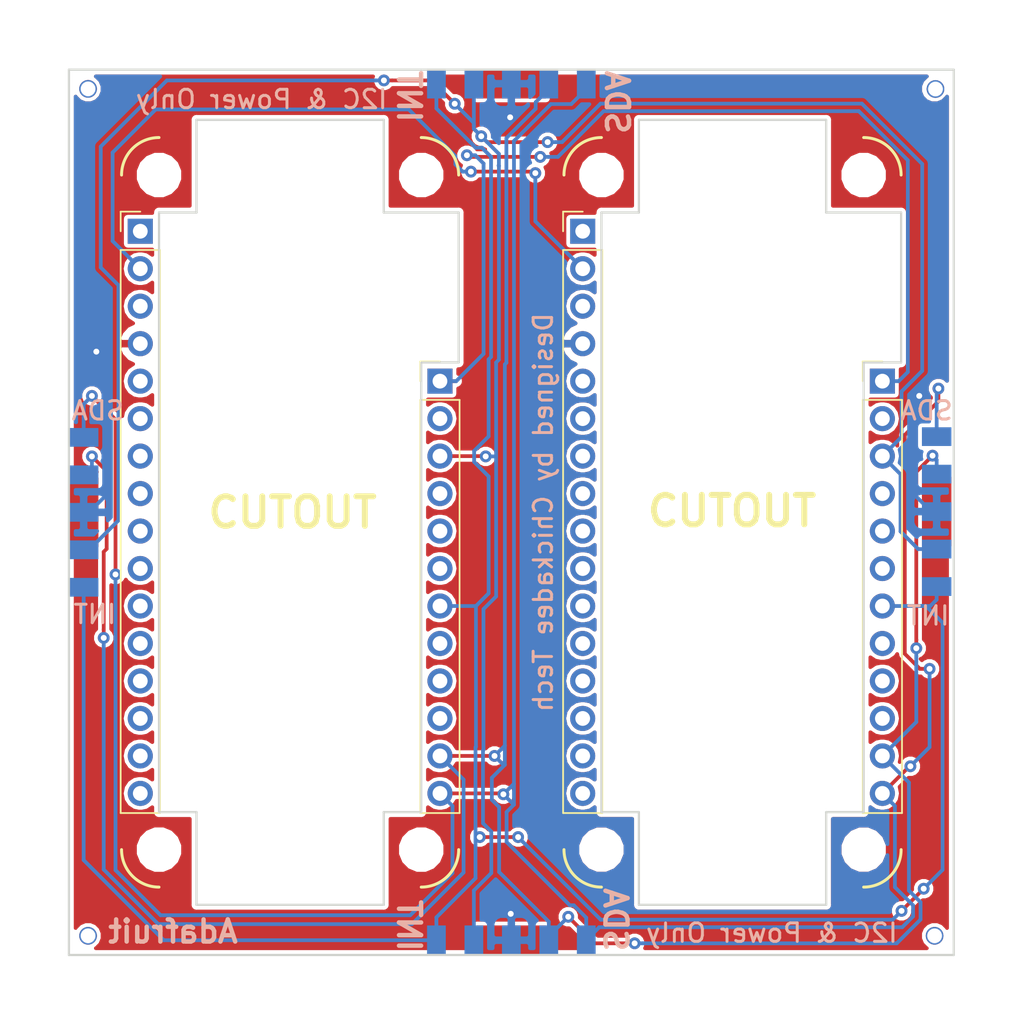
<source format=kicad_pcb>
(kicad_pcb (version 20171130) (host pcbnew "(5.0.0-rc2-dev-111-gc69db6c)")

  (general
    (thickness 1.6)
    (drawings 56)
    (tracks 271)
    (zones 0)
    (modules 20)
    (nets 62)
  )

  (page A4)
  (layers
    (0 F.Cu signal)
    (31 B.Cu signal)
    (32 B.Adhes user)
    (33 F.Adhes user)
    (34 B.Paste user)
    (35 F.Paste user)
    (36 B.SilkS user)
    (37 F.SilkS user)
    (38 B.Mask user)
    (39 F.Mask user)
    (40 Dwgs.User user)
    (41 Cmts.User user)
    (42 Eco1.User user)
    (43 Eco2.User user)
    (44 Edge.Cuts user)
    (45 Margin user)
    (46 B.CrtYd user)
    (47 F.CrtYd user)
    (48 B.Fab user)
    (49 F.Fab user)
  )

  (setup
    (last_trace_width 0.254)
    (trace_clearance 0.254)
    (zone_clearance 0.254)
    (zone_45_only no)
    (trace_min 0.2)
    (segment_width 0.2)
    (edge_width 0.15)
    (via_size 0.8)
    (via_drill 0.4)
    (via_min_size 0.508)
    (via_min_drill 0.254)
    (uvia_size 0.3)
    (uvia_drill 0.1)
    (uvias_allowed no)
    (uvia_min_size 0.2)
    (uvia_min_drill 0.1)
    (pcb_text_width 0.3)
    (pcb_text_size 1.5 1.5)
    (mod_edge_width 0.15)
    (mod_text_size 1 1)
    (mod_text_width 0.15)
    (pad_size 1.2 1.2)
    (pad_drill 1)
    (pad_to_mask_clearance 0.2)
    (aux_axis_origin 0 0)
    (grid_origin 115.16 76.51)
    (visible_elements FFFFFF7F)
    (pcbplotparams
      (layerselection 0x010fc_ffffffff)
      (usegerberextensions false)
      (usegerberattributes false)
      (usegerberadvancedattributes false)
      (creategerberjobfile false)
      (excludeedgelayer true)
      (linewidth 0.100000)
      (plotframeref false)
      (viasonmask false)
      (mode 1)
      (useauxorigin false)
      (hpglpennumber 1)
      (hpglpenspeed 20)
      (hpglpendiameter 15)
      (psnegative false)
      (psa4output false)
      (plotreference true)
      (plotvalue true)
      (plotinvisibletext false)
      (padsonsilk false)
      (subtractmaskfromsilk false)
      (outputformat 1)
      (mirror false)
      (drillshape 0)
      (scaleselection 1)
      (outputdirectory ./gerber))
  )

  (net 0 "")
  (net 1 GND)
  (net 2 /SDA)
  (net 3 /SCL)
  (net 4 /INT)
  (net 5 +5V)
  (net 6 +3V3)
  (net 7 /BAT)
  (net 8 "Net-(J2-Pad16)")
  (net 9 "Net-(J2-Pad15)")
  (net 10 "Net-(J2-Pad14)")
  (net 11 "Net-(J2-Pad13)")
  (net 12 "Net-(J2-Pad12)")
  (net 13 "Net-(J2-Pad11)")
  (net 14 "Net-(J2-Pad10)")
  (net 15 "Net-(J2-Pad9)")
  (net 16 "Net-(J2-Pad8)")
  (net 17 "Net-(J2-Pad7)")
  (net 18 "Net-(J2-Pad6)")
  (net 19 "Net-(J2-Pad5)")
  (net 20 "Net-(J2-Pad3)")
  (net 21 "Net-(J2-Pad1)")
  (net 22 "Net-(J4-Pad1)")
  (net 23 "Net-(J4-Pad3)")
  (net 24 "Net-(J4-Pad5)")
  (net 25 "Net-(J4-Pad6)")
  (net 26 "Net-(J4-Pad7)")
  (net 27 "Net-(J4-Pad8)")
  (net 28 "Net-(J4-Pad9)")
  (net 29 "Net-(J4-Pad10)")
  (net 30 "Net-(J4-Pad11)")
  (net 31 "Net-(J4-Pad12)")
  (net 32 "Net-(J4-Pad13)")
  (net 33 "Net-(J4-Pad14)")
  (net 34 "Net-(J4-Pad15)")
  (net 35 "Net-(J4-Pad16)")
  (net 36 "Net-(J1-Pad10)")
  (net 37 "Net-(J1-Pad9)")
  (net 38 "Net-(J1-Pad8)")
  (net 39 "Net-(J1-Pad6)")
  (net 40 "Net-(J1-Pad5)")
  (net 41 "Net-(J1-Pad4)")
  (net 42 "Net-(J1-Pad2)")
  (net 43 "Net-(J3-Pad2)")
  (net 44 "Net-(J3-Pad4)")
  (net 45 "Net-(J3-Pad5)")
  (net 46 "Net-(J3-Pad6)")
  (net 47 "Net-(J3-Pad8)")
  (net 48 "Net-(J3-Pad9)")
  (net 49 "Net-(J3-Pad10)")
  (net 50 "Net-(J9-Pad1)")
  (net 51 "Net-(J10-Pad1)")
  (net 52 "Net-(J11-Pad1)")
  (net 53 "Net-(J12-Pad1)")
  (net 54 "Net-(J13-Pad1)")
  (net 55 "Net-(J14-Pad1)")
  (net 56 "Net-(J15-Pad1)")
  (net 57 "Net-(J16-Pad1)")
  (net 58 "Net-(J17-Pad1)")
  (net 59 "Net-(J18-Pad1)")
  (net 60 "Net-(J19-Pad1)")
  (net 61 "Net-(J20-Pad1)")

  (net_class Default "This is the default net class."
    (clearance 0.254)
    (trace_width 0.254)
    (via_dia 0.8)
    (via_drill 0.4)
    (uvia_dia 0.3)
    (uvia_drill 0.1)
    (add_net +3V3)
    (add_net +5V)
    (add_net /BAT)
    (add_net /INT)
    (add_net /SCL)
    (add_net /SDA)
    (add_net GND)
    (add_net "Net-(J1-Pad10)")
    (add_net "Net-(J1-Pad2)")
    (add_net "Net-(J1-Pad4)")
    (add_net "Net-(J1-Pad5)")
    (add_net "Net-(J1-Pad6)")
    (add_net "Net-(J1-Pad8)")
    (add_net "Net-(J1-Pad9)")
    (add_net "Net-(J10-Pad1)")
    (add_net "Net-(J11-Pad1)")
    (add_net "Net-(J12-Pad1)")
    (add_net "Net-(J13-Pad1)")
    (add_net "Net-(J14-Pad1)")
    (add_net "Net-(J15-Pad1)")
    (add_net "Net-(J16-Pad1)")
    (add_net "Net-(J17-Pad1)")
    (add_net "Net-(J18-Pad1)")
    (add_net "Net-(J19-Pad1)")
    (add_net "Net-(J2-Pad1)")
    (add_net "Net-(J2-Pad10)")
    (add_net "Net-(J2-Pad11)")
    (add_net "Net-(J2-Pad12)")
    (add_net "Net-(J2-Pad13)")
    (add_net "Net-(J2-Pad14)")
    (add_net "Net-(J2-Pad15)")
    (add_net "Net-(J2-Pad16)")
    (add_net "Net-(J2-Pad3)")
    (add_net "Net-(J2-Pad5)")
    (add_net "Net-(J2-Pad6)")
    (add_net "Net-(J2-Pad7)")
    (add_net "Net-(J2-Pad8)")
    (add_net "Net-(J2-Pad9)")
    (add_net "Net-(J20-Pad1)")
    (add_net "Net-(J3-Pad10)")
    (add_net "Net-(J3-Pad2)")
    (add_net "Net-(J3-Pad4)")
    (add_net "Net-(J3-Pad5)")
    (add_net "Net-(J3-Pad6)")
    (add_net "Net-(J3-Pad8)")
    (add_net "Net-(J3-Pad9)")
    (add_net "Net-(J4-Pad1)")
    (add_net "Net-(J4-Pad10)")
    (add_net "Net-(J4-Pad11)")
    (add_net "Net-(J4-Pad12)")
    (add_net "Net-(J4-Pad13)")
    (add_net "Net-(J4-Pad14)")
    (add_net "Net-(J4-Pad15)")
    (add_net "Net-(J4-Pad16)")
    (add_net "Net-(J4-Pad3)")
    (add_net "Net-(J4-Pad5)")
    (add_net "Net-(J4-Pad6)")
    (add_net "Net-(J4-Pad7)")
    (add_net "Net-(J4-Pad8)")
    (add_net "Net-(J4-Pad9)")
    (add_net "Net-(J9-Pad1)")
  )

  (module Adafruit:1mm_mount (layer F.Cu) (tedit 5AB0B90F) (tstamp 5AB0D6E6)
    (at 148.7 88.7)
    (path /5AB0B85F)
    (fp_text reference J20 (at 0 0.5) (layer F.SilkS) hide
      (effects (font (size 1 1) (thickness 0.15)))
    )
    (fp_text value Conn_01x01 (at 0 -0.5) (layer F.Fab)
      (effects (font (size 1 1) (thickness 0.15)))
    )
    (pad 1 thru_hole circle (at 0 0) (size 1.2 1.2) (drill 1) (layers *.Cu *.Mask)
      (net 61 "Net-(J20-Pad1)"))
  )

  (module Adafruit:1mm_mount (layer F.Cu) (tedit 5AB0B90F) (tstamp 5AB0D6E1)
    (at 148.76 31.31)
    (path /5AB0BA01)
    (fp_text reference J19 (at 0 0.5) (layer F.SilkS) hide
      (effects (font (size 1 1) (thickness 0.15)))
    )
    (fp_text value Conn_01x01 (at 0 -0.5) (layer F.Fab)
      (effects (font (size 1 1) (thickness 0.15)))
    )
    (pad 1 thru_hole circle (at 0 0) (size 1.2 1.2) (drill 1) (layers *.Cu *.Mask)
      (net 60 "Net-(J19-Pad1)"))
  )

  (module Adafruit:1mm_mount (layer F.Cu) (tedit 5AB0B90F) (tstamp 5AB0D6DC)
    (at 91.3 88.7)
    (path /5AB0B96E)
    (fp_text reference J18 (at 0 0.5) (layer F.SilkS) hide
      (effects (font (size 1 1) (thickness 0.15)))
    )
    (fp_text value Conn_01x01 (at 0 -0.5) (layer F.Fab)
      (effects (font (size 1 1) (thickness 0.15)))
    )
    (pad 1 thru_hole circle (at 0 0) (size 1.2 1.2) (drill 1) (layers *.Cu *.Mask)
      (net 59 "Net-(J18-Pad1)"))
  )

  (module Adafruit:1mm_mount (layer F.Cu) (tedit 5AB0B90F) (tstamp 5AB0D6D7)
    (at 91.3 31.3)
    (path /5AB0B8DC)
    (fp_text reference J17 (at 0 0.5) (layer F.SilkS) hide
      (effects (font (size 1 1) (thickness 0.15)))
    )
    (fp_text value Conn_01x01 (at 0 -0.5) (layer F.Fab)
      (effects (font (size 1 1) (thickness 0.15)))
    )
    (pad 1 thru_hole circle (at 0 0) (size 1.2 1.2) (drill 1) (layers *.Cu *.Mask)
      (net 58 "Net-(J17-Pad1)"))
  )

  (module Adafruit:Trellis_Interconnect_Bottom_Right (layer B.Cu) (tedit 5AB0B67C) (tstamp 5AB0B81D)
    (at 149.84 59.95 180)
    (path /5AA6F803)
    (fp_text reference J8 (at 0 -0.5 180) (layer B.SilkS) hide
      (effects (font (size 1 1) (thickness 0.15)) (justify mirror))
    )
    (fp_text value Conn_01x05 (at 0 0.5 180) (layer B.Fab)
      (effects (font (size 1 1) (thickness 0.15)) (justify mirror))
    )
    (pad "" connect rect (at 1 0 180) (size 2 4.7) (layers F.Cu F.Mask))
    (pad 5 smd rect (at 1 -5.08 180) (size 2 1.27) (layers B.Cu B.Paste B.Mask)
      (net 4 /INT))
    (pad 4 smd rect (at 1 -2.54 180) (size 2 1.27) (layers B.Cu B.Paste B.Mask)
      (net 5 +5V))
    (pad 3 smd rect (at 1 0 180) (size 2 1.27) (layers B.Cu B.Paste B.Mask)
      (net 1 GND))
    (pad 2 smd rect (at 1 2.54 180) (size 2 1.27) (layers B.Cu B.Paste B.Mask)
      (net 3 /SCL))
    (pad 1 smd rect (at 1 5.08 180) (size 2 1.27) (layers B.Cu B.Paste B.Mask)
      (net 2 /SDA))
  )

  (module Adafruit:Trellis_Interconnect_Bottom_Right (layer B.Cu) (tedit 5AB0B5EB) (tstamp 5AB0B81C)
    (at 120 90 90)
    (path /5AA6F730)
    (fp_text reference J6 (at 0 -0.5 90) (layer B.SilkS) hide
      (effects (font (size 1 1) (thickness 0.15)) (justify mirror))
    )
    (fp_text value Conn_01x05 (at 0 0.5 90) (layer B.Fab)
      (effects (font (size 1 1) (thickness 0.15)) (justify mirror))
    )
    (pad 1 smd rect (at 1 5.08 90) (size 2 1.27) (layers B.Cu B.Paste B.Mask)
      (net 2 /SDA))
    (pad 2 smd rect (at 1 2.54 90) (size 2 1.27) (layers B.Cu B.Paste B.Mask)
      (net 3 /SCL))
    (pad 3 smd rect (at 1 0 90) (size 2 1.27) (layers B.Cu B.Paste B.Mask)
      (net 1 GND))
    (pad 4 smd rect (at 1 -2.54 90) (size 2 1.27) (layers B.Cu B.Paste B.Mask)
      (net 5 +5V))
    (pad 5 smd rect (at 1 -5.08 90) (size 2 1.27) (layers B.Cu B.Paste B.Mask)
      (net 4 /INT))
    (pad "" connect rect (at 1 0 90) (size 2 4.7) (layers F.Cu F.Mask))
  )

  (module "Adafruit:Trellis Interconnect" (layer B.Cu) (tedit 5AB0B64C) (tstamp 5AB0AE79)
    (at 90 60 180)
    (path /5AA6F783)
    (fp_text reference J7 (at 0 -0.5 180) (layer B.SilkS) hide
      (effects (font (size 1 1) (thickness 0.15)) (justify mirror))
    )
    (fp_text value Conn_01x05 (at 0 0.5 180) (layer B.Fab)
      (effects (font (size 1 1) (thickness 0.15)) (justify mirror))
    )
    (pad "" connect rect (at -1 0 180) (size 2 4.7) (layers F.Cu F.Mask))
    (pad 5 smd rect (at -1 -5.08 180) (size 2 1.27) (layers B.Cu B.Paste B.Mask)
      (net 4 /INT))
    (pad 4 smd rect (at -1 -2.54 180) (size 2 1.27) (layers B.Cu B.Paste B.Mask)
      (net 5 +5V))
    (pad 3 smd rect (at -1 0 180) (size 2 1.27) (layers B.Cu B.Paste B.Mask)
      (net 1 GND))
    (pad 2 smd rect (at -1 2.54 180) (size 2 1.27) (layers B.Cu B.Paste B.Mask)
      (net 3 /SCL))
    (pad 1 smd rect (at -1 5.08 180) (size 2 1.27) (layers B.Cu B.Paste B.Mask)
      (net 2 /SDA))
  )

  (module "Adafruit:Trellis Interconnect" (layer B.Cu) (tedit 5AB0B652) (tstamp 5AB0AE67)
    (at 120 29.95 90)
    (path /5AA6F7BB)
    (fp_text reference J5 (at 0 -0.5 90) (layer B.SilkS) hide
      (effects (font (size 1 1) (thickness 0.15)) (justify mirror))
    )
    (fp_text value Conn_01x05 (at 0 0.5 90) (layer B.Fab)
      (effects (font (size 1 1) (thickness 0.15)) (justify mirror))
    )
    (pad "" connect rect (at -1 0 90) (size 2 4.7) (layers F.Cu F.Mask))
    (pad 5 smd rect (at -1 -5.08 90) (size 2 1.27) (layers B.Cu B.Paste B.Mask)
      (net 4 /INT))
    (pad 4 smd rect (at -1 -2.54 90) (size 2 1.27) (layers B.Cu B.Paste B.Mask)
      (net 5 +5V))
    (pad 3 smd rect (at -1 0 90) (size 2 1.27) (layers B.Cu B.Paste B.Mask)
      (net 1 GND))
    (pad 2 smd rect (at -1 2.54 90) (size 2 1.27) (layers B.Cu B.Paste B.Mask)
      (net 3 /SCL))
    (pad 1 smd rect (at -1 5.08 90) (size 2 1.27) (layers B.Cu B.Paste B.Mask)
      (net 2 /SDA))
  )

  (module Mounting_Holes:MountingHole_2.5mm (layer F.Cu) (tedit 5AB0B5FC) (tstamp 5AA6B120)
    (at 126.11 82.86)
    (descr "Mounting Hole 2.5mm, no annular")
    (tags "mounting hole 2.5mm no annular")
    (path /5AA6FCE9)
    (attr virtual)
    (fp_text reference J16 (at 0 -3.5) (layer F.SilkS) hide
      (effects (font (size 1 1) (thickness 0.15)))
    )
    (fp_text value Conn_01x01 (at 0 3.5) (layer F.Fab)
      (effects (font (size 1 1) (thickness 0.15)))
    )
    (fp_text user %R (at 0.3 0) (layer F.Fab)
      (effects (font (size 1 1) (thickness 0.15)))
    )
    (fp_circle (center 0 0) (end 2.5 0) (layer Cmts.User) (width 0.15))
    (fp_circle (center 0 0) (end 2.75 0) (layer F.CrtYd) (width 0.05))
    (pad 1 np_thru_hole circle (at 0 0) (size 2.5 2.5) (drill 2.5) (layers *.Cu *.Mask)
      (net 57 "Net-(J16-Pad1)"))
  )

  (module Mounting_Holes:MountingHole_2.5mm (layer F.Cu) (tedit 5AB0B600) (tstamp 5AA6B118)
    (at 143.89 82.86)
    (descr "Mounting Hole 2.5mm, no annular")
    (tags "mounting hole 2.5mm no annular")
    (path /5AA6FCE3)
    (attr virtual)
    (fp_text reference J15 (at 0 -3.5) (layer F.SilkS) hide
      (effects (font (size 1 1) (thickness 0.15)))
    )
    (fp_text value Conn_01x01 (at 0 3.5) (layer F.Fab)
      (effects (font (size 1 1) (thickness 0.15)))
    )
    (fp_circle (center 0 0) (end 2.75 0) (layer F.CrtYd) (width 0.05))
    (fp_circle (center 0 0) (end 2.5 0) (layer Cmts.User) (width 0.15))
    (fp_text user %R (at 0.3 0) (layer F.Fab)
      (effects (font (size 1 1) (thickness 0.15)))
    )
    (pad 1 np_thru_hole circle (at 0 0) (size 2.5 2.5) (drill 2.5) (layers *.Cu *.Mask)
      (net 56 "Net-(J15-Pad1)"))
  )

  (module Mounting_Holes:MountingHole_2.5mm (layer F.Cu) (tedit 5AB0B647) (tstamp 5AA6B110)
    (at 96.11 37.14)
    (descr "Mounting Hole 2.5mm, no annular")
    (tags "mounting hole 2.5mm no annular")
    (path /5AA6FCDD)
    (attr virtual)
    (fp_text reference J14 (at 0 -3.5) (layer F.SilkS) hide
      (effects (font (size 1 1) (thickness 0.15)))
    )
    (fp_text value Conn_01x01 (at 0 3.5) (layer F.Fab)
      (effects (font (size 1 1) (thickness 0.15)))
    )
    (fp_text user %R (at 0.3 0) (layer F.Fab)
      (effects (font (size 1 1) (thickness 0.15)))
    )
    (fp_circle (center 0 0) (end 2.5 0) (layer Cmts.User) (width 0.15))
    (fp_circle (center 0 0) (end 2.75 0) (layer F.CrtYd) (width 0.05))
    (pad 1 np_thru_hole circle (at 0 0) (size 2.5 2.5) (drill 2.5) (layers *.Cu *.Mask)
      (net 55 "Net-(J14-Pad1)"))
  )

  (module Mounting_Holes:MountingHole_2.5mm (layer F.Cu) (tedit 5AB0B5F8) (tstamp 5AA6B108)
    (at 113.89 82.86)
    (descr "Mounting Hole 2.5mm, no annular")
    (tags "mounting hole 2.5mm no annular")
    (path /5AA6FCD7)
    (attr virtual)
    (fp_text reference J13 (at 0 -3.5) (layer F.SilkS) hide
      (effects (font (size 1 1) (thickness 0.15)))
    )
    (fp_text value Conn_01x01 (at 0 3.5) (layer F.Fab)
      (effects (font (size 1 1) (thickness 0.15)))
    )
    (fp_circle (center 0 0) (end 2.75 0) (layer F.CrtYd) (width 0.05))
    (fp_circle (center 0 0) (end 2.5 0) (layer Cmts.User) (width 0.15))
    (fp_text user %R (at 0.3 0) (layer F.Fab)
      (effects (font (size 1 1) (thickness 0.15)))
    )
    (pad 1 np_thru_hole circle (at 0 0) (size 2.5 2.5) (drill 2.5) (layers *.Cu *.Mask)
      (net 54 "Net-(J13-Pad1)"))
  )

  (module Mounting_Holes:MountingHole_2.5mm (layer F.Cu) (tedit 5AB0B629) (tstamp 5AA6B100)
    (at 143.89 37.14)
    (descr "Mounting Hole 2.5mm, no annular")
    (tags "mounting hole 2.5mm no annular")
    (path /5AA6F972)
    (attr virtual)
    (fp_text reference J12 (at 0 -3.5) (layer F.SilkS) hide
      (effects (font (size 1 1) (thickness 0.15)))
    )
    (fp_text value Conn_01x01 (at 0 3.5) (layer F.Fab)
      (effects (font (size 1 1) (thickness 0.15)))
    )
    (fp_text user %R (at 0.3 0) (layer F.Fab)
      (effects (font (size 1 1) (thickness 0.15)))
    )
    (fp_circle (center 0 0) (end 2.5 0) (layer Cmts.User) (width 0.15))
    (fp_circle (center 0 0) (end 2.75 0) (layer F.CrtYd) (width 0.05))
    (pad 1 np_thru_hole circle (at 0 0) (size 2.5 2.5) (drill 2.5) (layers *.Cu *.Mask)
      (net 53 "Net-(J12-Pad1)"))
  )

  (module Mounting_Holes:MountingHole_2.5mm (layer F.Cu) (tedit 5AB0B642) (tstamp 5AA6B0F8)
    (at 113.89 37.14)
    (descr "Mounting Hole 2.5mm, no annular")
    (tags "mounting hole 2.5mm no annular")
    (path /5AA6F947)
    (attr virtual)
    (fp_text reference J11 (at 0 -3.5) (layer F.SilkS) hide
      (effects (font (size 1 1) (thickness 0.15)))
    )
    (fp_text value Conn_01x01 (at 0 3.5) (layer F.Fab)
      (effects (font (size 1 1) (thickness 0.15)))
    )
    (fp_circle (center 0 0) (end 2.75 0) (layer F.CrtYd) (width 0.05))
    (fp_circle (center 0 0) (end 2.5 0) (layer Cmts.User) (width 0.15))
    (fp_text user %R (at 0.3 0) (layer F.Fab)
      (effects (font (size 1 1) (thickness 0.15)))
    )
    (pad 1 np_thru_hole circle (at 0 0) (size 2.5 2.5) (drill 2.5) (layers *.Cu *.Mask)
      (net 52 "Net-(J11-Pad1)"))
  )

  (module Mounting_Holes:MountingHole_2.5mm (layer F.Cu) (tedit 5AB0B631) (tstamp 5AA6B0F0)
    (at 126.11 37.14)
    (descr "Mounting Hole 2.5mm, no annular")
    (tags "mounting hole 2.5mm no annular")
    (path /5AA6F91A)
    (attr virtual)
    (fp_text reference J10 (at 0 -3.5) (layer F.SilkS) hide
      (effects (font (size 1 1) (thickness 0.15)))
    )
    (fp_text value Conn_01x01 (at 0 3.5) (layer F.Fab)
      (effects (font (size 1 1) (thickness 0.15)))
    )
    (fp_text user %R (at 0.3 0) (layer F.Fab)
      (effects (font (size 1 1) (thickness 0.15)))
    )
    (fp_circle (center 0 0) (end 2.5 0) (layer Cmts.User) (width 0.15))
    (fp_circle (center 0 0) (end 2.75 0) (layer F.CrtYd) (width 0.05))
    (pad 1 np_thru_hole circle (at 0 0) (size 2.5 2.5) (drill 2.5) (layers *.Cu *.Mask)
      (net 51 "Net-(J10-Pad1)"))
  )

  (module Mounting_Holes:MountingHole_2.5mm (layer F.Cu) (tedit 5AB0B5F3) (tstamp 5AA6B0E8)
    (at 96.11 82.86)
    (descr "Mounting Hole 2.5mm, no annular")
    (tags "mounting hole 2.5mm no annular")
    (path /5AA6F8C0)
    (attr virtual)
    (fp_text reference J9 (at 0 -3.5) (layer F.SilkS) hide
      (effects (font (size 1 1) (thickness 0.15)))
    )
    (fp_text value Conn_01x01 (at 0 3.5) (layer F.Fab)
      (effects (font (size 1 1) (thickness 0.15)))
    )
    (fp_circle (center 0 0) (end 2.75 0) (layer F.CrtYd) (width 0.05))
    (fp_circle (center 0 0) (end 2.5 0) (layer Cmts.User) (width 0.15))
    (fp_text user %R (at 0.3 0) (layer F.Fab)
      (effects (font (size 1 1) (thickness 0.15)))
    )
    (pad 1 np_thru_hole circle (at 0 0) (size 2.5 2.5) (drill 2.5) (layers *.Cu *.Mask)
      (net 50 "Net-(J9-Pad1)"))
  )

  (module Pin_Headers:Pin_Header_Straight_1x12_Pitch2.54mm (layer F.Cu) (tedit 5AB0B625) (tstamp 5AA6AF78)
    (at 145.16 51.11)
    (descr "Through hole straight pin header, 1x12, 2.54mm pitch, single row")
    (tags "Through hole pin header THT 1x12 2.54mm single row")
    (path /5AA343AB)
    (fp_text reference J3 (at 0 -2.33) (layer F.SilkS) hide
      (effects (font (size 1 1) (thickness 0.15)))
    )
    (fp_text value FeatherTop (at 0 30.27) (layer F.Fab)
      (effects (font (size 1 1) (thickness 0.15)))
    )
    (fp_line (start -0.635 -1.27) (end 1.27 -1.27) (layer F.Fab) (width 0.1))
    (fp_line (start 1.27 -1.27) (end 1.27 29.21) (layer F.Fab) (width 0.1))
    (fp_line (start 1.27 29.21) (end -1.27 29.21) (layer F.Fab) (width 0.1))
    (fp_line (start -1.27 29.21) (end -1.27 -0.635) (layer F.Fab) (width 0.1))
    (fp_line (start -1.27 -0.635) (end -0.635 -1.27) (layer F.Fab) (width 0.1))
    (fp_line (start -1.33 29.27) (end 1.33 29.27) (layer F.SilkS) (width 0.12))
    (fp_line (start -1.33 1.27) (end -1.33 29.27) (layer F.SilkS) (width 0.12))
    (fp_line (start 1.33 1.27) (end 1.33 29.27) (layer F.SilkS) (width 0.12))
    (fp_line (start -1.33 1.27) (end 1.33 1.27) (layer F.SilkS) (width 0.12))
    (fp_line (start -1.33 0) (end -1.33 -1.33) (layer F.SilkS) (width 0.12))
    (fp_line (start -1.33 -1.33) (end 0 -1.33) (layer F.SilkS) (width 0.12))
    (fp_line (start -1.8 -1.8) (end -1.8 29.75) (layer F.CrtYd) (width 0.05))
    (fp_line (start -1.8 29.75) (end 1.8 29.75) (layer F.CrtYd) (width 0.05))
    (fp_line (start 1.8 29.75) (end 1.8 -1.8) (layer F.CrtYd) (width 0.05))
    (fp_line (start 1.8 -1.8) (end -1.8 -1.8) (layer F.CrtYd) (width 0.05))
    (fp_text user %R (at 0 13.97 90) (layer F.Fab)
      (effects (font (size 1 1) (thickness 0.15)))
    )
    (pad 1 thru_hole rect (at 0 0) (size 1.7 1.7) (drill 1) (layers *.Cu *.Mask)
      (net 7 /BAT))
    (pad 2 thru_hole oval (at 0 2.54) (size 1.7 1.7) (drill 1) (layers *.Cu *.Mask)
      (net 43 "Net-(J3-Pad2)"))
    (pad 3 thru_hole oval (at 0 5.08) (size 1.7 1.7) (drill 1) (layers *.Cu *.Mask)
      (net 5 +5V))
    (pad 4 thru_hole oval (at 0 7.62) (size 1.7 1.7) (drill 1) (layers *.Cu *.Mask)
      (net 44 "Net-(J3-Pad4)"))
    (pad 5 thru_hole oval (at 0 10.16) (size 1.7 1.7) (drill 1) (layers *.Cu *.Mask)
      (net 45 "Net-(J3-Pad5)"))
    (pad 6 thru_hole oval (at 0 12.7) (size 1.7 1.7) (drill 1) (layers *.Cu *.Mask)
      (net 46 "Net-(J3-Pad6)"))
    (pad 7 thru_hole oval (at 0 15.24) (size 1.7 1.7) (drill 1) (layers *.Cu *.Mask)
      (net 4 /INT))
    (pad 8 thru_hole oval (at 0 17.78) (size 1.7 1.7) (drill 1) (layers *.Cu *.Mask)
      (net 47 "Net-(J3-Pad8)"))
    (pad 9 thru_hole oval (at 0 20.32) (size 1.7 1.7) (drill 1) (layers *.Cu *.Mask)
      (net 48 "Net-(J3-Pad9)"))
    (pad 10 thru_hole oval (at 0 22.86) (size 1.7 1.7) (drill 1) (layers *.Cu *.Mask)
      (net 49 "Net-(J3-Pad10)"))
    (pad 11 thru_hole oval (at 0 25.4) (size 1.7 1.7) (drill 1) (layers *.Cu *.Mask)
      (net 3 /SCL))
    (pad 12 thru_hole oval (at 0 27.94) (size 1.7 1.7) (drill 1) (layers *.Cu *.Mask)
      (net 2 /SDA))
    (model ${KISYS3DMOD}/Pin_Headers.3dshapes/Pin_Header_Straight_1x12_Pitch2.54mm.wrl
      (at (xyz 0 0 0))
      (scale (xyz 1 1 1))
      (rotate (xyz 0 0 0))
    )
  )

  (module Pin_Headers:Pin_Header_Straight_1x12_Pitch2.54mm (layer F.Cu) (tedit 5AB0B63A) (tstamp 5AA6AF58)
    (at 115.16 51.11)
    (descr "Through hole straight pin header, 1x12, 2.54mm pitch, single row")
    (tags "Through hole pin header THT 1x12 2.54mm single row")
    (path /5AA34309)
    (fp_text reference J1 (at 0 -2.33) (layer F.SilkS) hide
      (effects (font (size 1 1) (thickness 0.15)))
    )
    (fp_text value FeatherTop (at 0 30.27) (layer F.Fab)
      (effects (font (size 1 1) (thickness 0.15)))
    )
    (fp_text user %R (at 0 13.97 90) (layer F.Fab)
      (effects (font (size 1 1) (thickness 0.15)))
    )
    (fp_line (start 1.8 -1.8) (end -1.8 -1.8) (layer F.CrtYd) (width 0.05))
    (fp_line (start 1.8 29.75) (end 1.8 -1.8) (layer F.CrtYd) (width 0.05))
    (fp_line (start -1.8 29.75) (end 1.8 29.75) (layer F.CrtYd) (width 0.05))
    (fp_line (start -1.8 -1.8) (end -1.8 29.75) (layer F.CrtYd) (width 0.05))
    (fp_line (start -1.33 -1.33) (end 0 -1.33) (layer F.SilkS) (width 0.12))
    (fp_line (start -1.33 0) (end -1.33 -1.33) (layer F.SilkS) (width 0.12))
    (fp_line (start -1.33 1.27) (end 1.33 1.27) (layer F.SilkS) (width 0.12))
    (fp_line (start 1.33 1.27) (end 1.33 29.27) (layer F.SilkS) (width 0.12))
    (fp_line (start -1.33 1.27) (end -1.33 29.27) (layer F.SilkS) (width 0.12))
    (fp_line (start -1.33 29.27) (end 1.33 29.27) (layer F.SilkS) (width 0.12))
    (fp_line (start -1.27 -0.635) (end -0.635 -1.27) (layer F.Fab) (width 0.1))
    (fp_line (start -1.27 29.21) (end -1.27 -0.635) (layer F.Fab) (width 0.1))
    (fp_line (start 1.27 29.21) (end -1.27 29.21) (layer F.Fab) (width 0.1))
    (fp_line (start 1.27 -1.27) (end 1.27 29.21) (layer F.Fab) (width 0.1))
    (fp_line (start -0.635 -1.27) (end 1.27 -1.27) (layer F.Fab) (width 0.1))
    (pad 12 thru_hole oval (at 0 27.94) (size 1.7 1.7) (drill 1) (layers *.Cu *.Mask)
      (net 2 /SDA))
    (pad 11 thru_hole oval (at 0 25.4) (size 1.7 1.7) (drill 1) (layers *.Cu *.Mask)
      (net 3 /SCL))
    (pad 10 thru_hole oval (at 0 22.86) (size 1.7 1.7) (drill 1) (layers *.Cu *.Mask)
      (net 36 "Net-(J1-Pad10)"))
    (pad 9 thru_hole oval (at 0 20.32) (size 1.7 1.7) (drill 1) (layers *.Cu *.Mask)
      (net 37 "Net-(J1-Pad9)"))
    (pad 8 thru_hole oval (at 0 17.78) (size 1.7 1.7) (drill 1) (layers *.Cu *.Mask)
      (net 38 "Net-(J1-Pad8)"))
    (pad 7 thru_hole oval (at 0 15.24) (size 1.7 1.7) (drill 1) (layers *.Cu *.Mask)
      (net 4 /INT))
    (pad 6 thru_hole oval (at 0 12.7) (size 1.7 1.7) (drill 1) (layers *.Cu *.Mask)
      (net 39 "Net-(J1-Pad6)"))
    (pad 5 thru_hole oval (at 0 10.16) (size 1.7 1.7) (drill 1) (layers *.Cu *.Mask)
      (net 40 "Net-(J1-Pad5)"))
    (pad 4 thru_hole oval (at 0 7.62) (size 1.7 1.7) (drill 1) (layers *.Cu *.Mask)
      (net 41 "Net-(J1-Pad4)"))
    (pad 3 thru_hole oval (at 0 5.08) (size 1.7 1.7) (drill 1) (layers *.Cu *.Mask)
      (net 5 +5V))
    (pad 2 thru_hole oval (at 0 2.54) (size 1.7 1.7) (drill 1) (layers *.Cu *.Mask)
      (net 42 "Net-(J1-Pad2)"))
    (pad 1 thru_hole rect (at 0 0) (size 1.7 1.7) (drill 1) (layers *.Cu *.Mask)
      (net 7 /BAT))
    (model ${KISYS3DMOD}/Pin_Headers.3dshapes/Pin_Header_Straight_1x12_Pitch2.54mm.wrl
      (at (xyz 0 0 0))
      (scale (xyz 1 1 1))
      (rotate (xyz 0 0 0))
    )
  )

  (module Pin_Headers:Pin_Header_Straight_1x16_Pitch2.54mm (layer F.Cu) (tedit 5AB0B636) (tstamp 5AA6AF38)
    (at 124.84 40.95)
    (descr "Through hole straight pin header, 1x16, 2.54mm pitch, single row")
    (tags "Through hole pin header THT 1x16 2.54mm single row")
    (path /5AA3443D)
    (fp_text reference J4 (at 0 -2.33) (layer F.SilkS) hide
      (effects (font (size 1 1) (thickness 0.15)))
    )
    (fp_text value FeatherBottom (at 0 40.43) (layer F.Fab)
      (effects (font (size 1 1) (thickness 0.15)))
    )
    (fp_line (start -0.635 -1.27) (end 1.27 -1.27) (layer F.Fab) (width 0.1))
    (fp_line (start 1.27 -1.27) (end 1.27 39.37) (layer F.Fab) (width 0.1))
    (fp_line (start 1.27 39.37) (end -1.27 39.37) (layer F.Fab) (width 0.1))
    (fp_line (start -1.27 39.37) (end -1.27 -0.635) (layer F.Fab) (width 0.1))
    (fp_line (start -1.27 -0.635) (end -0.635 -1.27) (layer F.Fab) (width 0.1))
    (fp_line (start -1.33 39.43) (end 1.33 39.43) (layer F.SilkS) (width 0.12))
    (fp_line (start -1.33 1.27) (end -1.33 39.43) (layer F.SilkS) (width 0.12))
    (fp_line (start 1.33 1.27) (end 1.33 39.43) (layer F.SilkS) (width 0.12))
    (fp_line (start -1.33 1.27) (end 1.33 1.27) (layer F.SilkS) (width 0.12))
    (fp_line (start -1.33 0) (end -1.33 -1.33) (layer F.SilkS) (width 0.12))
    (fp_line (start -1.33 -1.33) (end 0 -1.33) (layer F.SilkS) (width 0.12))
    (fp_line (start -1.8 -1.8) (end -1.8 39.9) (layer F.CrtYd) (width 0.05))
    (fp_line (start -1.8 39.9) (end 1.8 39.9) (layer F.CrtYd) (width 0.05))
    (fp_line (start 1.8 39.9) (end 1.8 -1.8) (layer F.CrtYd) (width 0.05))
    (fp_line (start 1.8 -1.8) (end -1.8 -1.8) (layer F.CrtYd) (width 0.05))
    (fp_text user %R (at 0 19.05 90) (layer F.Fab)
      (effects (font (size 1 1) (thickness 0.15)))
    )
    (pad 1 thru_hole rect (at 0 0) (size 1.7 1.7) (drill 1) (layers *.Cu *.Mask)
      (net 22 "Net-(J4-Pad1)"))
    (pad 2 thru_hole oval (at 0 2.54) (size 1.7 1.7) (drill 1) (layers *.Cu *.Mask)
      (net 6 +3V3))
    (pad 3 thru_hole oval (at 0 5.08) (size 1.7 1.7) (drill 1) (layers *.Cu *.Mask)
      (net 23 "Net-(J4-Pad3)"))
    (pad 4 thru_hole oval (at 0 7.62) (size 1.7 1.7) (drill 1) (layers *.Cu *.Mask)
      (net 1 GND))
    (pad 5 thru_hole oval (at 0 10.16) (size 1.7 1.7) (drill 1) (layers *.Cu *.Mask)
      (net 24 "Net-(J4-Pad5)"))
    (pad 6 thru_hole oval (at 0 12.7) (size 1.7 1.7) (drill 1) (layers *.Cu *.Mask)
      (net 25 "Net-(J4-Pad6)"))
    (pad 7 thru_hole oval (at 0 15.24) (size 1.7 1.7) (drill 1) (layers *.Cu *.Mask)
      (net 26 "Net-(J4-Pad7)"))
    (pad 8 thru_hole oval (at 0 17.78) (size 1.7 1.7) (drill 1) (layers *.Cu *.Mask)
      (net 27 "Net-(J4-Pad8)"))
    (pad 9 thru_hole oval (at 0 20.32) (size 1.7 1.7) (drill 1) (layers *.Cu *.Mask)
      (net 28 "Net-(J4-Pad9)"))
    (pad 10 thru_hole oval (at 0 22.86) (size 1.7 1.7) (drill 1) (layers *.Cu *.Mask)
      (net 29 "Net-(J4-Pad10)"))
    (pad 11 thru_hole oval (at 0 25.4) (size 1.7 1.7) (drill 1) (layers *.Cu *.Mask)
      (net 30 "Net-(J4-Pad11)"))
    (pad 12 thru_hole oval (at 0 27.94) (size 1.7 1.7) (drill 1) (layers *.Cu *.Mask)
      (net 31 "Net-(J4-Pad12)"))
    (pad 13 thru_hole oval (at 0 30.48) (size 1.7 1.7) (drill 1) (layers *.Cu *.Mask)
      (net 32 "Net-(J4-Pad13)"))
    (pad 14 thru_hole oval (at 0 33.02) (size 1.7 1.7) (drill 1) (layers *.Cu *.Mask)
      (net 33 "Net-(J4-Pad14)"))
    (pad 15 thru_hole oval (at 0 35.56) (size 1.7 1.7) (drill 1) (layers *.Cu *.Mask)
      (net 34 "Net-(J4-Pad15)"))
    (pad 16 thru_hole oval (at 0 38.1) (size 1.7 1.7) (drill 1) (layers *.Cu *.Mask)
      (net 35 "Net-(J4-Pad16)"))
    (model ${KISYS3DMOD}/Pin_Headers.3dshapes/Pin_Header_Straight_1x16_Pitch2.54mm.wrl
      (at (xyz 0 0 0))
      (scale (xyz 1 1 1))
      (rotate (xyz 0 0 0))
    )
  )

  (module Pin_Headers:Pin_Header_Straight_1x16_Pitch2.54mm (layer F.Cu) (tedit 5AB0B657) (tstamp 5AA6AF14)
    (at 94.84 40.95)
    (descr "Through hole straight pin header, 1x16, 2.54mm pitch, single row")
    (tags "Through hole pin header THT 1x16 2.54mm single row")
    (path /5AA3424F)
    (fp_text reference J2 (at 0 -2.33) (layer F.SilkS) hide
      (effects (font (size 1 1) (thickness 0.15)))
    )
    (fp_text value FeatherBottom (at 0 40.43) (layer F.Fab)
      (effects (font (size 1 1) (thickness 0.15)))
    )
    (fp_text user %R (at 0 19.05 90) (layer F.Fab)
      (effects (font (size 1 1) (thickness 0.15)))
    )
    (fp_line (start 1.8 -1.8) (end -1.8 -1.8) (layer F.CrtYd) (width 0.05))
    (fp_line (start 1.8 39.9) (end 1.8 -1.8) (layer F.CrtYd) (width 0.05))
    (fp_line (start -1.8 39.9) (end 1.8 39.9) (layer F.CrtYd) (width 0.05))
    (fp_line (start -1.8 -1.8) (end -1.8 39.9) (layer F.CrtYd) (width 0.05))
    (fp_line (start -1.33 -1.33) (end 0 -1.33) (layer F.SilkS) (width 0.12))
    (fp_line (start -1.33 0) (end -1.33 -1.33) (layer F.SilkS) (width 0.12))
    (fp_line (start -1.33 1.27) (end 1.33 1.27) (layer F.SilkS) (width 0.12))
    (fp_line (start 1.33 1.27) (end 1.33 39.43) (layer F.SilkS) (width 0.12))
    (fp_line (start -1.33 1.27) (end -1.33 39.43) (layer F.SilkS) (width 0.12))
    (fp_line (start -1.33 39.43) (end 1.33 39.43) (layer F.SilkS) (width 0.12))
    (fp_line (start -1.27 -0.635) (end -0.635 -1.27) (layer F.Fab) (width 0.1))
    (fp_line (start -1.27 39.37) (end -1.27 -0.635) (layer F.Fab) (width 0.1))
    (fp_line (start 1.27 39.37) (end -1.27 39.37) (layer F.Fab) (width 0.1))
    (fp_line (start 1.27 -1.27) (end 1.27 39.37) (layer F.Fab) (width 0.1))
    (fp_line (start -0.635 -1.27) (end 1.27 -1.27) (layer F.Fab) (width 0.1))
    (pad 16 thru_hole oval (at 0 38.1) (size 1.7 1.7) (drill 1) (layers *.Cu *.Mask)
      (net 8 "Net-(J2-Pad16)"))
    (pad 15 thru_hole oval (at 0 35.56) (size 1.7 1.7) (drill 1) (layers *.Cu *.Mask)
      (net 9 "Net-(J2-Pad15)"))
    (pad 14 thru_hole oval (at 0 33.02) (size 1.7 1.7) (drill 1) (layers *.Cu *.Mask)
      (net 10 "Net-(J2-Pad14)"))
    (pad 13 thru_hole oval (at 0 30.48) (size 1.7 1.7) (drill 1) (layers *.Cu *.Mask)
      (net 11 "Net-(J2-Pad13)"))
    (pad 12 thru_hole oval (at 0 27.94) (size 1.7 1.7) (drill 1) (layers *.Cu *.Mask)
      (net 12 "Net-(J2-Pad12)"))
    (pad 11 thru_hole oval (at 0 25.4) (size 1.7 1.7) (drill 1) (layers *.Cu *.Mask)
      (net 13 "Net-(J2-Pad11)"))
    (pad 10 thru_hole oval (at 0 22.86) (size 1.7 1.7) (drill 1) (layers *.Cu *.Mask)
      (net 14 "Net-(J2-Pad10)"))
    (pad 9 thru_hole oval (at 0 20.32) (size 1.7 1.7) (drill 1) (layers *.Cu *.Mask)
      (net 15 "Net-(J2-Pad9)"))
    (pad 8 thru_hole oval (at 0 17.78) (size 1.7 1.7) (drill 1) (layers *.Cu *.Mask)
      (net 16 "Net-(J2-Pad8)"))
    (pad 7 thru_hole oval (at 0 15.24) (size 1.7 1.7) (drill 1) (layers *.Cu *.Mask)
      (net 17 "Net-(J2-Pad7)"))
    (pad 6 thru_hole oval (at 0 12.7) (size 1.7 1.7) (drill 1) (layers *.Cu *.Mask)
      (net 18 "Net-(J2-Pad6)"))
    (pad 5 thru_hole oval (at 0 10.16) (size 1.7 1.7) (drill 1) (layers *.Cu *.Mask)
      (net 19 "Net-(J2-Pad5)"))
    (pad 4 thru_hole oval (at 0 7.62) (size 1.7 1.7) (drill 1) (layers *.Cu *.Mask)
      (net 1 GND))
    (pad 3 thru_hole oval (at 0 5.08) (size 1.7 1.7) (drill 1) (layers *.Cu *.Mask)
      (net 20 "Net-(J2-Pad3)"))
    (pad 2 thru_hole oval (at 0 2.54) (size 1.7 1.7) (drill 1) (layers *.Cu *.Mask)
      (net 6 +3V3))
    (pad 1 thru_hole rect (at 0 0) (size 1.7 1.7) (drill 1) (layers *.Cu *.Mask)
      (net 21 "Net-(J2-Pad1)"))
    (model ${KISYS3DMOD}/Pin_Headers.3dshapes/Pin_Header_Straight_1x16_Pitch2.54mm.wrl
      (at (xyz 0 0 0))
      (scale (xyz 1 1 1))
      (rotate (xyz 0 0 0))
    )
  )

  (gr_text "I2C & Power Only" (at 103.06 32.01) (layer B.SilkS) (tstamp 5AB0C0FD)
    (effects (font (size 1.25 1.25) (thickness 0.2)) (justify mirror))
  )
  (gr_text "I2C & Power Only" (at 137.66 88.51) (layer B.SilkS)
    (effects (font (size 1.25 1.25) (thickness 0.2)) (justify mirror))
  )
  (gr_text CUTOUT (at 105.16 60.01) (layer F.SilkS) (tstamp 5AB0C01F)
    (effects (font (size 2 2) (thickness 0.4)))
  )
  (gr_text CUTOUT (at 134.96 59.91) (layer F.SilkS)
    (effects (font (size 2 2) (thickness 0.4)))
  )
  (gr_text "Designed by Chickadee Tech" (at 122.16 60.01 90) (layer B.SilkS)
    (effects (font (size 1.25 1.25) (thickness 0.2)) (justify mirror))
  )
  (gr_text Adafruit (at 97.06 88.41) (layer B.SilkS)
    (effects (font (size 1.5 1.5) (thickness 0.3)) (justify mirror))
  )
  (gr_text SDA (at 91.96 53.11) (layer B.SilkS)
    (effects (font (size 1.25 1.25) (thickness 0.2)) (justify mirror))
  )
  (gr_text INT (at 91.76 66.91) (layer B.SilkS)
    (effects (font (size 1.25 1.25) (thickness 0.2)) (justify mirror))
  )
  (gr_text SDA (at 127.06 87.61 270) (layer B.SilkS)
    (effects (font (size 1.5 1.5) (thickness 0.3)) (justify mirror))
  )
  (gr_text INT (at 113.06 88.01 270) (layer B.SilkS)
    (effects (font (size 1.5 1.5) (thickness 0.3)) (justify mirror))
  )
  (gr_text INT (at 148.26 67.01) (layer B.SilkS)
    (effects (font (size 1.25 1.25) (thickness 0.2)) (justify mirror))
  )
  (gr_text SDA (at 148.16 53.11) (layer B.SilkS)
    (effects (font (size 1.25 1.25) (thickness 0.2)) (justify mirror))
  )
  (gr_text INT (at 113.06 31.81 270) (layer B.SilkS)
    (effects (font (size 1.5 1.5) (thickness 0.3)) (justify mirror))
  )
  (gr_text SDA (at 127.16 32.21 270) (layer B.SilkS)
    (effects (font (size 1.5 1.5) (thickness 0.3)) (justify mirror))
  )
  (gr_arc (start 113.89 37.14) (end 116.43 37.14) (angle -90) (layer F.SilkS) (width 0.2))
  (gr_arc (start 96.11 37.14) (end 96.11 34.6) (angle -90) (layer F.SilkS) (width 0.2))
  (gr_arc (start 96.11 82.86) (end 93.57 82.86) (angle -90) (layer F.SilkS) (width 0.2))
  (gr_arc (start 113.89 82.86) (end 113.89 85.4) (angle -90) (layer F.SilkS) (width 0.2))
  (gr_arc (start 126.11 82.86) (end 123.57 82.86) (angle -90) (layer F.SilkS) (width 0.2))
  (gr_arc (start 143.89 82.86) (end 143.89 85.4) (angle -90) (layer F.SilkS) (width 0.2))
  (gr_arc (start 126.11 37.14) (end 126.11 34.6) (angle -90) (layer F.SilkS) (width 0.2))
  (gr_arc (start 143.89 37.14) (end 146.43 37.14) (angle -90) (layer F.SilkS) (width 0.2))
  (gr_line (start 126.11 80.32) (end 126.11 39.68) (layer Edge.Cuts) (width 0.15))
  (gr_line (start 128.65 80.32) (end 126.11 80.32) (layer Edge.Cuts) (width 0.15))
  (gr_line (start 128.65 86.6) (end 128.65 80.32) (layer Edge.Cuts) (width 0.15))
  (gr_line (start 141.35 86.6) (end 128.65 86.6) (layer Edge.Cuts) (width 0.15))
  (gr_line (start 141.35 80.32) (end 141.35 86.6) (layer Edge.Cuts) (width 0.15))
  (gr_line (start 143.89 80.32) (end 141.35 80.32) (layer Edge.Cuts) (width 0.15))
  (gr_line (start 143.89 49.84) (end 143.89 80.32) (layer Edge.Cuts) (width 0.15))
  (gr_line (start 146.43 49.84) (end 143.89 49.84) (layer Edge.Cuts) (width 0.15))
  (gr_line (start 146.43 39.68) (end 146.43 49.84) (layer Edge.Cuts) (width 0.15))
  (gr_line (start 141.35 39.68) (end 146.43 39.68) (layer Edge.Cuts) (width 0.15))
  (gr_line (start 141.35 33.4) (end 141.35 39.68) (layer Edge.Cuts) (width 0.15))
  (gr_line (start 128.65 33.4) (end 141.35 33.4) (layer Edge.Cuts) (width 0.15))
  (gr_line (start 128.65 39.68) (end 128.65 33.4) (layer Edge.Cuts) (width 0.15))
  (gr_line (start 126.11 39.68) (end 128.65 39.68) (layer Edge.Cuts) (width 0.15))
  (gr_line (start 96.11 80.32) (end 96.11 39.68) (layer Edge.Cuts) (width 0.15))
  (gr_line (start 98.65 80.32) (end 96.11 80.32) (layer Edge.Cuts) (width 0.15))
  (gr_line (start 98.65 86.6) (end 98.65 80.32) (layer Edge.Cuts) (width 0.15))
  (gr_line (start 111.35 86.6) (end 98.65 86.6) (layer Edge.Cuts) (width 0.15))
  (gr_line (start 111.35 80.32) (end 111.35 86.6) (layer Edge.Cuts) (width 0.15))
  (gr_line (start 113.89 80.32) (end 111.35 80.32) (layer Edge.Cuts) (width 0.15))
  (gr_line (start 113.89 49.84) (end 113.89 80.32) (layer Edge.Cuts) (width 0.15))
  (gr_line (start 116.43 49.84) (end 113.89 49.84) (layer Edge.Cuts) (width 0.15))
  (gr_line (start 116.43 39.68) (end 116.43 49.84) (layer Edge.Cuts) (width 0.15))
  (gr_line (start 111.35 39.68) (end 116.43 39.68) (layer Edge.Cuts) (width 0.15))
  (gr_line (start 111.35 33.4) (end 111.35 39.68) (layer Edge.Cuts) (width 0.15))
  (gr_line (start 98.65 33.4) (end 111.35 33.4) (layer Edge.Cuts) (width 0.15))
  (gr_line (start 98.65 39.68) (end 98.65 33.4) (layer Edge.Cuts) (width 0.15))
  (gr_line (start 96.11 39.68) (end 98.65 39.68) (layer Edge.Cuts) (width 0.15))
  (gr_line (start 150 60) (end 90 60) (layer Dwgs.User) (width 0.2))
  (gr_line (start 120 30) (end 120 90) (layer Dwgs.User) (width 0.2))
  (gr_line (start 150 30) (end 90 30) (layer Edge.Cuts) (width 0.15))
  (gr_line (start 150 90) (end 150 30) (layer Edge.Cuts) (width 0.15))
  (gr_line (start 90 90) (end 150 90) (layer Edge.Cuts) (width 0.15))
  (gr_line (start 90 30) (end 90 90) (layer Edge.Cuts) (width 0.15))

  (segment (start 147.260001 52.509999) (end 147.66 52.11) (width 0.254) (layer B.Cu) (net 1))
  (segment (start 147.16 52.61) (end 147.260001 52.509999) (width 0.254) (layer B.Cu) (net 1))
  (segment (start 147.16 58.635) (end 147.16 52.61) (width 0.254) (layer B.Cu) (net 1))
  (segment (start 148.475 59.95) (end 147.16 58.635) (width 0.254) (layer B.Cu) (net 1))
  (segment (start 148.84 59.95) (end 148.475 59.95) (width 0.254) (layer B.Cu) (net 1))
  (via (at 147.66 52.11) (size 0.8) (drill 0.4) (layers F.Cu B.Cu) (net 1))
  (segment (start 92.76 58.605) (end 92.76 50.01) (width 0.254) (layer B.Cu) (net 1))
  (segment (start 92.76 50.01) (end 91.86 49.11) (width 0.254) (layer B.Cu) (net 1))
  (via (at 91.86 49.11) (size 0.8) (drill 0.4) (layers F.Cu B.Cu) (net 1))
  (segment (start 91 60) (end 91.365 60) (width 0.254) (layer B.Cu) (net 1))
  (segment (start 91.365 60) (end 92.76 58.605) (width 0.254) (layer B.Cu) (net 1))
  (via (at 119.920582 33.22899) (size 0.8) (drill 0.4) (layers F.Cu B.Cu) (net 1))
  (segment (start 120 33.149572) (end 119.920582 33.22899) (width 0.254) (layer B.Cu) (net 1))
  (segment (start 120 30.95) (end 120 33.149572) (width 0.254) (layer B.Cu) (net 1))
  (segment (start 120 89) (end 120 87.25) (width 0.254) (layer B.Cu) (net 1))
  (segment (start 120 87.25) (end 119.96 87.21) (width 0.254) (layer B.Cu) (net 1))
  (via (at 119.96 87.21) (size 0.8) (drill 0.4) (layers F.Cu B.Cu) (net 1))
  (segment (start 91 52.67) (end 91.160001 52.509999) (width 0.254) (layer B.Cu) (net 2))
  (segment (start 91 54.92) (end 91 52.67) (width 0.254) (layer B.Cu) (net 2))
  (segment (start 93.16 53.71) (end 91.959999 52.509999) (width 0.254) (layer F.Cu) (net 2))
  (segment (start 91.959999 52.509999) (end 91.56 52.11) (width 0.254) (layer F.Cu) (net 2))
  (segment (start 91.160001 52.509999) (end 91.56 52.11) (width 0.254) (layer B.Cu) (net 2))
  (segment (start 93.16 64.21) (end 93.16 53.71) (width 0.254) (layer F.Cu) (net 2))
  (via (at 91.56 52.11) (size 0.8) (drill 0.4) (layers F.Cu B.Cu) (net 2))
  (segment (start 93.16 64.21) (end 93.16 84.2508) (width 0.254) (layer B.Cu) (net 2))
  (segment (start 96.2142 87.305) (end 113.146564 87.305) (width 0.254) (layer B.Cu) (net 2))
  (segment (start 113.146564 87.305) (end 116.009999 84.441565) (width 0.254) (layer B.Cu) (net 2))
  (segment (start 116.009999 84.441565) (end 116.009999 79.899999) (width 0.254) (layer B.Cu) (net 2))
  (segment (start 93.16 84.2508) (end 96.2142 87.305) (width 0.254) (layer B.Cu) (net 2))
  (segment (start 116.009999 79.899999) (end 115.16 79.05) (width 0.254) (layer B.Cu) (net 2))
  (segment (start 148.96 51.61) (end 148.96 52.475683) (width 0.254) (layer F.Cu) (net 2))
  (segment (start 148.96 52.475683) (end 146.678998 54.756685) (width 0.254) (layer F.Cu) (net 2))
  (segment (start 146.678998 54.756685) (end 146.678998 69.584882) (width 0.254) (layer F.Cu) (net 2))
  (segment (start 147.704116 70.61) (end 147.794315 70.61) (width 0.254) (layer F.Cu) (net 2))
  (segment (start 147.794315 70.61) (end 148.36 70.61) (width 0.254) (layer F.Cu) (net 2))
  (segment (start 146.678998 69.584882) (end 147.704116 70.61) (width 0.254) (layer F.Cu) (net 2))
  (segment (start 148.36 71.175685) (end 148.36 70.61) (width 0.254) (layer B.Cu) (net 2))
  (segment (start 147.06 77.21) (end 148.36 75.91) (width 0.254) (layer B.Cu) (net 2))
  (segment (start 148.36 75.91) (end 148.36 71.175685) (width 0.254) (layer B.Cu) (net 2))
  (via (at 148.36 70.61) (size 0.8) (drill 0.4) (layers F.Cu B.Cu) (net 2))
  (segment (start 148.84 54.87) (end 148.84 51.73) (width 0.254) (layer B.Cu) (net 2))
  (segment (start 148.84 51.73) (end 148.96 51.61) (width 0.254) (layer B.Cu) (net 2))
  (via (at 148.96 51.61) (size 0.8) (drill 0.4) (layers F.Cu B.Cu) (net 2))
  (segment (start 146.009999 79.899999) (end 145.16 79.05) (width 0.254) (layer B.Cu) (net 2))
  (segment (start 125.961989 88.118011) (end 146.507873 88.118011) (width 0.254) (layer B.Cu) (net 2))
  (segment (start 146.009999 85.404115) (end 146.009999 79.899999) (width 0.254) (layer B.Cu) (net 2))
  (segment (start 147.241002 86.635118) (end 146.009999 85.404115) (width 0.254) (layer B.Cu) (net 2))
  (segment (start 147.241002 87.384882) (end 147.241002 86.635118) (width 0.254) (layer B.Cu) (net 2))
  (segment (start 125.08 89) (end 125.961989 88.118011) (width 0.254) (layer B.Cu) (net 2))
  (segment (start 146.507873 88.118011) (end 147.241002 87.384882) (width 0.254) (layer B.Cu) (net 2))
  (segment (start 123.962998 86.628998) (end 119.678999 82.344999) (width 0.254) (layer B.Cu) (net 2))
  (segment (start 125.08 87.474116) (end 124.234882 86.628998) (width 0.254) (layer B.Cu) (net 2))
  (segment (start 125.08 89) (end 125.08 87.474116) (width 0.254) (layer B.Cu) (net 2))
  (segment (start 119.678999 82.344999) (end 119.678999 80.309999) (width 0.254) (layer B.Cu) (net 2))
  (segment (start 119.678999 80.309999) (end 120.178998 79.81) (width 0.254) (layer B.Cu) (net 2))
  (segment (start 124.234882 86.628998) (end 123.962998 86.628998) (width 0.254) (layer B.Cu) (net 2))
  (segment (start 145.16 79.05) (end 147 77.21) (width 0.254) (layer F.Cu) (net 2))
  (segment (start 147 77.21) (end 147.06 77.21) (width 0.254) (layer F.Cu) (net 2))
  (via (at 147.06 77.21) (size 0.8) (drill 0.4) (layers F.Cu B.Cu) (net 2))
  (via (at 93.16 64.21) (size 0.8) (drill 0.4) (layers F.Cu B.Cu) (net 2))
  (segment (start 125.08 31.315) (end 125.08 30.95) (width 0.254) (layer B.Cu) (net 2))
  (segment (start 124.063999 32.331001) (end 125.08 31.315) (width 0.254) (layer B.Cu) (net 2))
  (segment (start 120.178998 35.992126) (end 120.173046 35.986174) (width 0.254) (layer B.Cu) (net 2))
  (segment (start 120.173046 34.84107) (end 122.683115 32.331001) (width 0.254) (layer B.Cu) (net 2))
  (segment (start 122.683115 32.331001) (end 124.063999 32.331001) (width 0.254) (layer B.Cu) (net 2))
  (segment (start 120.178998 78.41) (end 120.178998 35.992126) (width 0.254) (layer B.Cu) (net 2))
  (segment (start 120.173046 35.986174) (end 120.173046 34.84107) (width 0.254) (layer B.Cu) (net 2))
  (segment (start 120.178998 79.81) (end 120.178998 78.41) (width 0.254) (layer B.Cu) (net 2))
  (segment (start 119.46 79.11) (end 120.16 79.81) (width 0.254) (layer B.Cu) (net 2))
  (segment (start 120.16 79.81) (end 120.178998 79.81) (width 0.254) (layer B.Cu) (net 2))
  (segment (start 119.46 79.11) (end 120.16 78.41) (width 0.254) (layer B.Cu) (net 2))
  (segment (start 120.16 78.41) (end 120.178998 78.41) (width 0.254) (layer B.Cu) (net 2))
  (segment (start 115.16 79.05) (end 119.4 79.05) (width 0.254) (layer F.Cu) (net 2))
  (segment (start 119.4 79.05) (end 119.46 79.11) (width 0.254) (layer F.Cu) (net 2))
  (via (at 119.46 79.11) (size 0.8) (drill 0.4) (layers F.Cu B.Cu) (net 2))
  (segment (start 115.16 76.51) (end 116.76 78.11) (width 0.254) (layer B.Cu) (net 3))
  (segment (start 113.26 87.91) (end 96.06 87.91) (width 0.254) (layer B.Cu) (net 3))
  (segment (start 116.76 84.41) (end 113.26 87.91) (width 0.254) (layer B.Cu) (net 3))
  (segment (start 91.56 56.209002) (end 92.56 57.209002) (width 0.254) (layer F.Cu) (net 3))
  (segment (start 92.56 62.475802) (end 92.36 62.675802) (width 0.254) (layer F.Cu) (net 3))
  (segment (start 92.36 67.944315) (end 92.36 68.51) (width 0.254) (layer F.Cu) (net 3))
  (segment (start 116.76 78.11) (end 116.76 84.41) (width 0.254) (layer B.Cu) (net 3))
  (segment (start 92.36 69.075685) (end 92.36 68.51) (width 0.254) (layer B.Cu) (net 3))
  (segment (start 92.36 62.675802) (end 92.36 67.944315) (width 0.254) (layer F.Cu) (net 3))
  (segment (start 92.56 57.209002) (end 92.56 62.475802) (width 0.254) (layer F.Cu) (net 3))
  (segment (start 96.06 87.91) (end 92.36 84.21) (width 0.254) (layer B.Cu) (net 3))
  (segment (start 92.36 84.21) (end 92.36 69.075685) (width 0.254) (layer B.Cu) (net 3))
  (via (at 92.36 68.51) (size 0.8) (drill 0.4) (layers F.Cu B.Cu) (net 3))
  (segment (start 123.86 87.41) (end 125.66 89.21) (width 0.254) (layer F.Cu) (net 3))
  (segment (start 128.925685 89.21) (end 128.36 89.21) (width 0.254) (layer B.Cu) (net 3))
  (segment (start 147.749013 87.595307) (end 146.13432 89.21) (width 0.254) (layer B.Cu) (net 3))
  (segment (start 127.794315 89.21) (end 128.36 89.21) (width 0.254) (layer F.Cu) (net 3))
  (segment (start 125.66 89.21) (end 127.794315 89.21) (width 0.254) (layer F.Cu) (net 3))
  (segment (start 146.96 78.31) (end 146.96 85.63568) (width 0.254) (layer B.Cu) (net 3))
  (segment (start 145.16 76.51) (end 146.96 78.31) (width 0.254) (layer B.Cu) (net 3))
  (segment (start 146.96 85.63568) (end 147.749012 86.424692) (width 0.254) (layer B.Cu) (net 3))
  (segment (start 146.13432 89.21) (end 128.925685 89.21) (width 0.254) (layer B.Cu) (net 3))
  (segment (start 147.749012 86.424692) (end 147.749013 87.595307) (width 0.254) (layer B.Cu) (net 3))
  (via (at 128.36 89.21) (size 0.8) (drill 0.4) (layers F.Cu B.Cu) (net 3))
  (segment (start 147.46 69.775685) (end 147.46 69.21) (width 0.254) (layer B.Cu) (net 3))
  (segment (start 147.46 74.21) (end 147.46 69.775685) (width 0.254) (layer B.Cu) (net 3))
  (segment (start 147.458999 57.260003) (end 147.458999 68.643314) (width 0.254) (layer F.Cu) (net 3))
  (segment (start 145.16 76.51) (end 147.46 74.21) (width 0.254) (layer B.Cu) (net 3))
  (segment (start 147.458999 68.643314) (end 147.46 68.644315) (width 0.254) (layer F.Cu) (net 3))
  (segment (start 148.56 56.159002) (end 147.458999 57.260003) (width 0.254) (layer F.Cu) (net 3))
  (via (at 147.46 69.21) (size 0.8) (drill 0.4) (layers F.Cu B.Cu) (net 3))
  (segment (start 147.46 68.644315) (end 147.46 69.21) (width 0.254) (layer F.Cu) (net 3))
  (segment (start 118.678999 77.991001) (end 119.56 77.11) (width 0.254) (layer B.Cu) (net 3))
  (segment (start 118.678999 79.484881) (end 118.678999 77.991001) (width 0.254) (layer B.Cu) (net 3))
  (segment (start 122.54 87.746) (end 119.170989 84.376989) (width 0.254) (layer B.Cu) (net 3))
  (segment (start 119.170989 79.976871) (end 118.678999 79.484881) (width 0.254) (layer B.Cu) (net 3))
  (segment (start 119.170989 84.376989) (end 119.170989 79.976871) (width 0.254) (layer B.Cu) (net 3))
  (segment (start 122.54 89) (end 122.54 87.746) (width 0.254) (layer B.Cu) (net 3))
  (segment (start 122.54 88.73) (end 123.86 87.41) (width 0.254) (layer B.Cu) (net 3))
  (segment (start 122.54 89) (end 122.54 88.73) (width 0.254) (layer B.Cu) (net 3))
  (via (at 123.86 87.41) (size 0.8) (drill 0.4) (layers F.Cu B.Cu) (net 3))
  (segment (start 91.56 56.209002) (end 91.56 56.9) (width 0.254) (layer B.Cu) (net 3))
  (segment (start 91.56 56.9) (end 91 57.46) (width 0.254) (layer B.Cu) (net 3))
  (via (at 91.56 56.209002) (size 0.8) (drill 0.4) (layers F.Cu B.Cu) (net 3))
  (segment (start 122.54 31.315) (end 122.54 30.95) (width 0.254) (layer B.Cu) (net 3))
  (segment (start 119.56 49.969308) (end 119.665035 49.864273) (width 0.254) (layer B.Cu) (net 3))
  (segment (start 119.665035 34.630645) (end 121.651 32.64468) (width 0.254) (layer B.Cu) (net 3))
  (segment (start 121.651 32.204) (end 122.54 31.315) (width 0.254) (layer B.Cu) (net 3))
  (segment (start 121.651 32.64468) (end 121.651 32.204) (width 0.254) (layer B.Cu) (net 3))
  (segment (start 119.665035 49.864273) (end 119.665035 34.630645) (width 0.254) (layer B.Cu) (net 3))
  (segment (start 119.56 75.81) (end 119.56 49.969308) (width 0.254) (layer B.Cu) (net 3))
  (segment (start 119.56 77.11) (end 119.56 75.81) (width 0.254) (layer B.Cu) (net 3))
  (segment (start 118.86 76.51) (end 119.46 77.11) (width 0.254) (layer B.Cu) (net 3))
  (segment (start 119.46 77.11) (end 119.56 77.11) (width 0.254) (layer B.Cu) (net 3))
  (segment (start 118.86 76.51) (end 119.259999 76.110001) (width 0.254) (layer B.Cu) (net 3))
  (segment (start 119.259999 76.110001) (end 119.56 75.81) (width 0.254) (layer B.Cu) (net 3))
  (segment (start 115.16 76.51) (end 118.86 76.51) (width 0.254) (layer F.Cu) (net 3))
  (via (at 118.86 76.51) (size 0.8) (drill 0.4) (layers F.Cu B.Cu) (net 3))
  (segment (start 148.84 57.41) (end 148.84 56.439002) (width 0.254) (layer B.Cu) (net 3))
  (segment (start 148.84 56.439002) (end 148.56 56.159002) (width 0.254) (layer B.Cu) (net 3))
  (via (at 148.56 56.159002) (size 0.8) (drill 0.4) (layers F.Cu B.Cu) (net 3))
  (segment (start 148.475 57.41) (end 148.84 57.41) (width 0.254) (layer B.Cu) (net 3))
  (segment (start 147.96 85.51) (end 149.241001 84.228999) (width 0.254) (layer B.Cu) (net 4))
  (segment (start 149.241001 84.228999) (end 149.241001 67.474712) (width 0.254) (layer B.Cu) (net 4))
  (segment (start 149.241001 67.474712) (end 148.116289 66.35) (width 0.254) (layer B.Cu) (net 4))
  (segment (start 148.116289 66.35) (end 147.84 66.35) (width 0.254) (layer B.Cu) (net 4))
  (segment (start 146.46 87.01) (end 147.96 85.51) (width 0.254) (layer F.Cu) (net 4))
  (via (at 147.96 85.51) (size 0.8) (drill 0.4) (layers F.Cu B.Cu) (net 4))
  (segment (start 126.06 87.61) (end 145.86 87.61) (width 0.254) (layer B.Cu) (net 4))
  (segment (start 145.86 87.61) (end 146.46 87.01) (width 0.254) (layer B.Cu) (net 4))
  (via (at 146.46 87.01) (size 0.8) (drill 0.4) (layers F.Cu B.Cu) (net 4))
  (segment (start 120.46 82.01) (end 126.06 87.61) (width 0.254) (layer B.Cu) (net 4))
  (segment (start 117.86 82.01) (end 120.46 82.01) (width 0.254) (layer F.Cu) (net 4))
  (via (at 120.46 82.01) (size 0.8) (drill 0.4) (layers F.Cu B.Cu) (net 4))
  (via (at 117.86 82.01) (size 0.8) (drill 0.4) (layers F.Cu B.Cu) (net 4))
  (segment (start 117.570988 82.01) (end 117.570988 84.799012) (width 0.254) (layer B.Cu) (net 4))
  (segment (start 117.570988 75.924694) (end 117.570988 82.01) (width 0.254) (layer B.Cu) (net 4))
  (segment (start 117.570988 82.01) (end 117.86 82.01) (width 0.254) (layer B.Cu) (net 4))
  (segment (start 91 65.969) (end 91 65.08) (width 0.254) (layer B.Cu) (net 4))
  (segment (start 91 83.568436) (end 91 65.969) (width 0.254) (layer B.Cu) (net 4))
  (segment (start 96.431564 89) (end 91 83.568436) (width 0.254) (layer B.Cu) (net 4))
  (segment (start 114.92 89) (end 96.431564 89) (width 0.254) (layer B.Cu) (net 4))
  (segment (start 118.46 54.854118) (end 117.478999 55.835119) (width 0.254) (layer B.Cu) (net 4))
  (segment (start 117.478999 56.584881) (end 118.46 57.565882) (width 0.254) (layer B.Cu) (net 4))
  (segment (start 117.478999 55.835119) (end 117.478999 56.584881) (width 0.254) (layer B.Cu) (net 4))
  (segment (start 118.007001 35.291001) (end 118.624926 35.908926) (width 0.254) (layer B.Cu) (net 4))
  (segment (start 118.624926 35.908926) (end 118.624926 49.46751) (width 0.254) (layer B.Cu) (net 4))
  (segment (start 118.46 49.632436) (end 118.46 54.854118) (width 0.254) (layer B.Cu) (net 4))
  (segment (start 114.92 32.625882) (end 117.585119 35.291001) (width 0.254) (layer B.Cu) (net 4))
  (segment (start 114.92 30.95) (end 114.92 32.625882) (width 0.254) (layer B.Cu) (net 4))
  (segment (start 118.46 57.565882) (end 118.46 65.491) (width 0.254) (layer B.Cu) (net 4))
  (segment (start 118.46 65.491) (end 117.601 66.35) (width 0.254) (layer B.Cu) (net 4))
  (segment (start 117.585119 35.291001) (end 118.007001 35.291001) (width 0.254) (layer B.Cu) (net 4))
  (segment (start 118.624926 49.46751) (end 118.46 49.632436) (width 0.254) (layer B.Cu) (net 4))
  (segment (start 114.92 87.746) (end 114.92 89) (width 0.254) (layer B.Cu) (net 4))
  (segment (start 114.92 87.45) (end 114.92 87.746) (width 0.254) (layer B.Cu) (net 4))
  (segment (start 117.601 66.35) (end 117.601 75.894682) (width 0.254) (layer B.Cu) (net 4))
  (segment (start 117.601 75.894682) (end 117.570988 75.924694) (width 0.254) (layer B.Cu) (net 4))
  (segment (start 117.570988 84.799012) (end 114.92 87.45) (width 0.254) (layer B.Cu) (net 4))
  (segment (start 147.84 66.35) (end 145.16 66.35) (width 0.254) (layer B.Cu) (net 4))
  (segment (start 148.84 65.03) (end 148.84 65.919) (width 0.254) (layer B.Cu) (net 4))
  (segment (start 148.84 65.919) (end 148.409 66.35) (width 0.254) (layer B.Cu) (net 4))
  (segment (start 148.409 66.35) (end 147.84 66.35) (width 0.254) (layer B.Cu) (net 4))
  (segment (start 117.601 66.35) (end 115.16 66.35) (width 0.254) (layer B.Cu) (net 4))
  (segment (start 110.794315 30.729012) (end 111.36 30.729012) (width 0.254) (layer B.Cu) (net 5))
  (segment (start 96.640988 30.729012) (end 110.794315 30.729012) (width 0.254) (layer B.Cu) (net 5))
  (segment (start 93.36 44.61) (end 92.16 43.41) (width 0.254) (layer B.Cu) (net 5))
  (segment (start 92.16 35.21) (end 96.640988 30.729012) (width 0.254) (layer B.Cu) (net 5))
  (segment (start 92.16 43.41) (end 92.16 35.21) (width 0.254) (layer B.Cu) (net 5))
  (segment (start 91.365 62.54) (end 93.36 60.545) (width 0.254) (layer B.Cu) (net 5))
  (segment (start 116.16 32.31) (end 114.579012 30.729012) (width 0.254) (layer F.Cu) (net 5))
  (via (at 111.36 30.729012) (size 0.8) (drill 0.4) (layers F.Cu B.Cu) (net 5))
  (segment (start 91 62.54) (end 91.365 62.54) (width 0.254) (layer B.Cu) (net 5))
  (segment (start 111.925685 30.729012) (end 111.36 30.729012) (width 0.254) (layer F.Cu) (net 5))
  (segment (start 93.36 60.545) (end 93.36 44.61) (width 0.254) (layer B.Cu) (net 5))
  (segment (start 114.579012 30.729012) (end 111.925685 30.729012) (width 0.254) (layer F.Cu) (net 5))
  (segment (start 145.16 56.19) (end 146.46 54.89) (width 0.254) (layer B.Cu) (net 5))
  (segment (start 146.46 51.81) (end 147.86 50.41) (width 0.254) (layer B.Cu) (net 5))
  (segment (start 126.048812 32.30199) (end 123.440802 34.91) (width 0.254) (layer B.Cu) (net 5))
  (segment (start 147.86 50.41) (end 147.86 36.391564) (width 0.254) (layer B.Cu) (net 5))
  (segment (start 146.46 54.89) (end 146.46 51.81) (width 0.254) (layer B.Cu) (net 5))
  (segment (start 143.770425 32.301989) (end 126.048812 32.30199) (width 0.254) (layer B.Cu) (net 5))
  (segment (start 123.440802 34.91) (end 123.025685 34.91) (width 0.254) (layer B.Cu) (net 5))
  (segment (start 147.86 36.391564) (end 143.770425 32.301989) (width 0.254) (layer B.Cu) (net 5))
  (segment (start 123.025685 34.91) (end 122.46 34.91) (width 0.254) (layer B.Cu) (net 5))
  (segment (start 118.109011 66.560425) (end 118.968011 65.701425) (width 0.254) (layer B.Cu) (net 5))
  (segment (start 117.46 85.628434) (end 118.641002 84.447432) (width 0.254) (layer B.Cu) (net 5))
  (segment (start 118.078999 76.135119) (end 118.10901 76.105108) (width 0.254) (layer B.Cu) (net 5))
  (segment (start 118.968011 65.701425) (end 118.968011 56.21) (width 0.254) (layer B.Cu) (net 5))
  (segment (start 118.641002 81.635118) (end 118.078999 81.073115) (width 0.254) (layer B.Cu) (net 5))
  (segment (start 118.10901 76.105108) (end 118.109011 66.560425) (width 0.254) (layer B.Cu) (net 5))
  (segment (start 118.078999 81.073115) (end 118.078999 76.135119) (width 0.254) (layer B.Cu) (net 5))
  (segment (start 118.641002 84.447432) (end 118.641002 81.635118) (width 0.254) (layer B.Cu) (net 5))
  (segment (start 117.46 89) (end 117.46 85.628434) (width 0.254) (layer B.Cu) (net 5))
  (segment (start 117.46 30.95) (end 117.46 33.81) (width 0.254) (layer B.Cu) (net 5))
  (segment (start 117.46 33.81) (end 117.46 34.01) (width 0.254) (layer B.Cu) (net 5))
  (segment (start 116.16 32.31) (end 117.46 33.61) (width 0.254) (layer B.Cu) (net 5))
  (segment (start 117.46 33.61) (end 117.46 33.81) (width 0.254) (layer B.Cu) (net 5))
  (via (at 116.16 32.31) (size 0.8) (drill 0.4) (layers F.Cu B.Cu) (net 5))
  (segment (start 145.16 56.19) (end 145.16 55.61) (width 0.254) (layer B.Cu) (net 5))
  (segment (start 119.157024 36.521878) (end 119.157024 35.707024) (width 0.254) (layer B.Cu) (net 5))
  (via (at 117.96 34.51) (size 0.8) (drill 0.4) (layers F.Cu B.Cu) (net 5))
  (segment (start 122.46 34.91) (end 118.359999 34.909999) (width 0.254) (layer F.Cu) (net 5))
  (segment (start 119.157024 35.707024) (end 118.359999 34.909999) (width 0.254) (layer B.Cu) (net 5))
  (segment (start 117.46 34.01) (end 117.560001 34.110001) (width 0.254) (layer B.Cu) (net 5))
  (segment (start 117.560001 34.110001) (end 117.96 34.51) (width 0.254) (layer B.Cu) (net 5))
  (segment (start 118.359999 34.909999) (end 117.96 34.51) (width 0.254) (layer F.Cu) (net 5))
  (segment (start 118.359999 34.909999) (end 117.96 34.51) (width 0.254) (layer B.Cu) (net 5))
  (via (at 122.46 34.91) (size 0.8) (drill 0.4) (layers F.Cu B.Cu) (net 5))
  (segment (start 117.46 31.315) (end 117.46 30.95) (width 0.254) (layer B.Cu) (net 5))
  (segment (start 119.157024 36.521878) (end 119.132926 36.497778) (width 0.254) (layer B.Cu) (net 5))
  (segment (start 118.968011 56.21) (end 118.968011 49.842861) (width 0.254) (layer B.Cu) (net 5))
  (segment (start 119.157024 49.653848) (end 119.157024 36.521878) (width 0.254) (layer B.Cu) (net 5))
  (segment (start 118.968011 49.842861) (end 119.157024 49.653848) (width 0.254) (layer B.Cu) (net 5))
  (segment (start 118.26 56.21) (end 118.968011 56.21) (width 0.254) (layer B.Cu) (net 5))
  (via (at 118.26 56.21) (size 0.8) (drill 0.4) (layers F.Cu B.Cu) (net 5))
  (segment (start 115.16 56.19) (end 118.24 56.19) (width 0.254) (layer F.Cu) (net 5))
  (segment (start 118.24 56.19) (end 118.26 56.21) (width 0.254) (layer F.Cu) (net 5))
  (segment (start 148.84 62.49) (end 147.586 62.49) (width 0.254) (layer B.Cu) (net 5))
  (segment (start 147.586 62.49) (end 146.391001 61.295001) (width 0.254) (layer B.Cu) (net 5))
  (segment (start 146.391001 61.295001) (end 146.391001 57.421001) (width 0.254) (layer B.Cu) (net 5))
  (segment (start 146.391001 57.421001) (end 146.009999 57.039999) (width 0.254) (layer B.Cu) (net 5))
  (segment (start 146.009999 57.039999) (end 145.16 56.19) (width 0.254) (layer B.Cu) (net 5))
  (segment (start 116.206995 35.856997) (end 116.206995 36.422682) (width 0.254) (layer B.Cu) (net 6))
  (segment (start 95.884 32.695) (end 113.044998 32.695) (width 0.254) (layer B.Cu) (net 6))
  (segment (start 94.84 43.49) (end 92.963 41.613) (width 0.254) (layer B.Cu) (net 6))
  (segment (start 116.694313 36.91) (end 117.259998 36.91) (width 0.254) (layer B.Cu) (net 6))
  (segment (start 116.206995 36.422682) (end 116.694313 36.91) (width 0.254) (layer B.Cu) (net 6))
  (segment (start 113.044998 32.695) (end 116.206995 35.856997) (width 0.254) (layer B.Cu) (net 6))
  (segment (start 92.963 41.613) (end 92.963 35.616) (width 0.254) (layer B.Cu) (net 6))
  (segment (start 92.963 35.616) (end 95.884 32.695) (width 0.254) (layer B.Cu) (net 6))
  (segment (start 117.259998 36.91) (end 121.526978 36.91) (width 0.254) (layer F.Cu) (net 6))
  (via (at 121.627006 37.010028) (size 0.8) (drill 0.4) (layers F.Cu B.Cu) (net 6))
  (segment (start 121.526978 36.91) (end 121.627006 37.010028) (width 0.254) (layer F.Cu) (net 6))
  (segment (start 121.627006 37.575713) (end 121.627006 37.010028) (width 0.254) (layer B.Cu) (net 6))
  (segment (start 124.84 43.49) (end 121.627006 40.277006) (width 0.254) (layer B.Cu) (net 6))
  (segment (start 121.627006 40.277006) (end 121.627006 37.575713) (width 0.254) (layer B.Cu) (net 6))
  (via (at 117.259998 36.91) (size 0.8) (drill 0.4) (layers F.Cu B.Cu) (net 6))
  (segment (start 145.16 51.11) (end 146.264 51.11) (width 0.254) (layer B.Cu) (net 7))
  (segment (start 122.525685 35.910004) (end 121.96 35.910004) (width 0.254) (layer B.Cu) (net 7))
  (segment (start 146.264 51.11) (end 146.88601 50.48799) (width 0.254) (layer B.Cu) (net 7))
  (segment (start 146.88601 50.48799) (end 146.88601 36.13601) (width 0.254) (layer B.Cu) (net 7))
  (segment (start 146.88601 36.13601) (end 143.56 32.81) (width 0.254) (layer B.Cu) (net 7))
  (segment (start 143.56 32.81) (end 126.259238 32.81) (width 0.254) (layer B.Cu) (net 7))
  (segment (start 126.259238 32.81) (end 123.159234 35.910004) (width 0.254) (layer B.Cu) (net 7))
  (segment (start 123.159234 35.910004) (end 122.525685 35.910004) (width 0.254) (layer B.Cu) (net 7))
  (via (at 116.987996 35.798394) (size 0.8) (drill 0.4) (layers F.Cu B.Cu) (net 7))
  (segment (start 121.96 35.910004) (end 117.099606 35.910004) (width 0.254) (layer F.Cu) (net 7))
  (segment (start 115.16 51.11) (end 116.264 51.11) (width 0.254) (layer B.Cu) (net 7))
  (segment (start 118.11689 49.25711) (end 118.11689 36.361603) (width 0.254) (layer B.Cu) (net 7))
  (segment (start 116.264 51.11) (end 118.11689 49.25711) (width 0.254) (layer B.Cu) (net 7))
  (segment (start 117.099606 35.910004) (end 116.987996 35.798394) (width 0.254) (layer F.Cu) (net 7))
  (segment (start 118.11689 36.361603) (end 117.553681 35.798394) (width 0.254) (layer B.Cu) (net 7))
  (segment (start 117.553681 35.798394) (end 116.987996 35.798394) (width 0.254) (layer B.Cu) (net 7))
  (via (at 121.96 35.910004) (size 0.8) (drill 0.4) (layers F.Cu B.Cu) (net 7))
  (segment (start 116.264 51.11) (end 115.16 51.11) (width 0.254) (layer F.Cu) (net 7))

  (zone (net 1) (net_name GND) (layer F.Cu) (tstamp 0) (hatch edge 0.508)
    (connect_pads (clearance 0.254))
    (min_thickness 0.254)
    (fill yes (arc_segments 16) (thermal_gap 0.508) (thermal_bridge_width 0.508))
    (polygon
      (pts
        (xy 89.9658 29.9772) (xy 150.0368 29.9772) (xy 150.0368 89.9974) (xy 89.9658 89.9974) (xy 89.9658 89.6164)
      )
    )
    (filled_polygon
      (pts
        (xy 110.579 30.573661) (xy 110.579 30.884363) (xy 110.6979 31.171413) (xy 110.917599 31.391112) (xy 111.204649 31.510012)
        (xy 111.515351 31.510012) (xy 111.802401 31.391112) (xy 111.956501 31.237012) (xy 114.368592 31.237012) (xy 115.379 32.247421)
        (xy 115.379 32.465351) (xy 115.4979 32.752401) (xy 115.717599 32.9721) (xy 116.004649 33.091) (xy 116.315351 33.091)
        (xy 116.602401 32.9721) (xy 116.8221 32.752401) (xy 116.941 32.465351) (xy 116.941 32.154649) (xy 116.8221 31.867599)
        (xy 116.602401 31.6479) (xy 116.315351 31.529) (xy 116.097421 31.529) (xy 115.02442 30.456) (xy 117.261536 30.456)
        (xy 117.261536 31.95) (xy 117.291106 32.098659) (xy 117.375314 32.224686) (xy 117.501341 32.308894) (xy 117.65 32.338464)
        (xy 122.35 32.338464) (xy 122.498659 32.308894) (xy 122.624686 32.224686) (xy 122.708894 32.098659) (xy 122.738464 31.95)
        (xy 122.738464 30.456) (xy 148.174119 30.456) (xy 148.144308 30.468348) (xy 147.868348 30.744308) (xy 147.719 31.104867)
        (xy 147.719 31.495133) (xy 147.868348 31.855692) (xy 148.144308 32.131652) (xy 148.504867 32.281) (xy 148.895133 32.281)
        (xy 149.255692 32.131652) (xy 149.531652 31.855692) (xy 149.544001 31.825879) (xy 149.544001 51.0895) (xy 149.402401 50.9479)
        (xy 149.115351 50.829) (xy 148.804649 50.829) (xy 148.517599 50.9479) (xy 148.2979 51.167599) (xy 148.179 51.454649)
        (xy 148.179 51.765351) (xy 148.2979 52.052401) (xy 148.452001 52.206502) (xy 148.452001 52.265261) (xy 146.355166 54.362097)
        (xy 146.312751 54.390438) (xy 146.200473 54.558474) (xy 146.170998 54.706654) (xy 146.170998 54.706657) (xy 146.161047 54.756685)
        (xy 146.170998 54.806713) (xy 146.170998 55.487325) (xy 146.047501 55.302499) (xy 145.640312 55.030424) (xy 145.281239 54.959)
        (xy 145.038761 54.959) (xy 144.679688 55.030424) (xy 144.346 55.253387) (xy 144.346 54.586613) (xy 144.679688 54.809576)
        (xy 145.038761 54.881) (xy 145.281239 54.881) (xy 145.640312 54.809576) (xy 146.047501 54.537501) (xy 146.319576 54.130312)
        (xy 146.415116 53.65) (xy 146.319576 53.169688) (xy 146.047501 52.762499) (xy 145.640312 52.490424) (xy 145.281239 52.419)
        (xy 145.038761 52.419) (xy 144.679688 52.490424) (xy 144.346 52.713387) (xy 144.346 52.348464) (xy 146.01 52.348464)
        (xy 146.158659 52.318894) (xy 146.284686 52.234686) (xy 146.368894 52.108659) (xy 146.398464 51.96) (xy 146.398464 50.29866)
        (xy 146.43 50.304933) (xy 146.474909 50.296) (xy 146.607922 50.269542) (xy 146.758757 50.168757) (xy 146.859542 50.017922)
        (xy 146.894933 49.84) (xy 146.886 49.795091) (xy 146.886 39.724908) (xy 146.894933 39.68) (xy 146.859542 39.502078)
        (xy 146.758757 39.351243) (xy 146.607922 39.250458) (xy 146.474909 39.224) (xy 146.43 39.215067) (xy 146.385091 39.224)
        (xy 141.806 39.224) (xy 141.806 36.815574) (xy 142.259 36.815574) (xy 142.259 37.464426) (xy 142.507305 38.063887)
        (xy 142.966113 38.522695) (xy 143.565574 38.771) (xy 144.214426 38.771) (xy 144.813887 38.522695) (xy 145.272695 38.063887)
        (xy 145.521 37.464426) (xy 145.521 36.815574) (xy 145.272695 36.216113) (xy 144.813887 35.757305) (xy 144.214426 35.509)
        (xy 143.565574 35.509) (xy 142.966113 35.757305) (xy 142.507305 36.216113) (xy 142.259 36.815574) (xy 141.806 36.815574)
        (xy 141.806 33.444909) (xy 141.814933 33.4) (xy 141.779542 33.222078) (xy 141.678757 33.071243) (xy 141.527922 32.970458)
        (xy 141.394909 32.944) (xy 141.35 32.935067) (xy 141.305091 32.944) (xy 128.694909 32.944) (xy 128.65 32.935067)
        (xy 128.605091 32.944) (xy 128.472078 32.970458) (xy 128.321243 33.071243) (xy 128.220458 33.222078) (xy 128.185067 33.4)
        (xy 128.194001 33.444914) (xy 128.194 39.224) (xy 126.154909 39.224) (xy 126.11 39.215067) (xy 126.065091 39.224)
        (xy 125.932078 39.250458) (xy 125.781243 39.351243) (xy 125.680458 39.502078) (xy 125.645067 39.68) (xy 125.65134 39.711536)
        (xy 123.99 39.711536) (xy 123.841341 39.741106) (xy 123.715314 39.825314) (xy 123.631106 39.951341) (xy 123.601536 40.1)
        (xy 123.601536 41.8) (xy 123.631106 41.948659) (xy 123.715314 42.074686) (xy 123.841341 42.158894) (xy 123.99 42.188464)
        (xy 125.654001 42.188464) (xy 125.654001 42.553388) (xy 125.320312 42.330424) (xy 124.961239 42.259) (xy 124.718761 42.259)
        (xy 124.359688 42.330424) (xy 123.952499 42.602499) (xy 123.680424 43.009688) (xy 123.584884 43.49) (xy 123.680424 43.970312)
        (xy 123.952499 44.377501) (xy 124.359688 44.649576) (xy 124.718761 44.721) (xy 124.961239 44.721) (xy 125.320312 44.649576)
        (xy 125.654001 44.426612) (xy 125.654001 45.093388) (xy 125.320312 44.870424) (xy 124.961239 44.799) (xy 124.718761 44.799)
        (xy 124.359688 44.870424) (xy 123.952499 45.142499) (xy 123.680424 45.549688) (xy 123.584884 46.03) (xy 123.680424 46.510312)
        (xy 123.952499 46.917501) (xy 124.356963 47.187755) (xy 123.958642 47.374817) (xy 123.568355 47.803076) (xy 123.398524 48.21311)
        (xy 123.519845 48.443) (xy 124.713 48.443) (xy 124.713 48.423) (xy 124.967 48.423) (xy 124.967 48.443)
        (xy 124.987 48.443) (xy 124.987 48.697) (xy 124.967 48.697) (xy 124.967 48.717) (xy 124.713 48.717)
        (xy 124.713 48.697) (xy 123.519845 48.697) (xy 123.398524 48.92689) (xy 123.568355 49.336924) (xy 123.958642 49.765183)
        (xy 124.356963 49.952245) (xy 123.952499 50.222499) (xy 123.680424 50.629688) (xy 123.584884 51.11) (xy 123.680424 51.590312)
        (xy 123.952499 51.997501) (xy 124.359688 52.269576) (xy 124.718761 52.341) (xy 124.961239 52.341) (xy 125.320312 52.269576)
        (xy 125.654001 52.046612) (xy 125.654001 52.713388) (xy 125.320312 52.490424) (xy 124.961239 52.419) (xy 124.718761 52.419)
        (xy 124.359688 52.490424) (xy 123.952499 52.762499) (xy 123.680424 53.169688) (xy 123.584884 53.65) (xy 123.680424 54.130312)
        (xy 123.952499 54.537501) (xy 124.359688 54.809576) (xy 124.718761 54.881) (xy 124.961239 54.881) (xy 125.320312 54.809576)
        (xy 125.654001 54.586612) (xy 125.654001 55.253388) (xy 125.320312 55.030424) (xy 124.961239 54.959) (xy 124.718761 54.959)
        (xy 124.359688 55.030424) (xy 123.952499 55.302499) (xy 123.680424 55.709688) (xy 123.584884 56.19) (xy 123.680424 56.670312)
        (xy 123.952499 57.077501) (xy 124.359688 57.349576) (xy 124.718761 57.421) (xy 124.961239 57.421) (xy 125.320312 57.349576)
        (xy 125.654001 57.126612) (xy 125.654001 57.793388) (xy 125.320312 57.570424) (xy 124.961239 57.499) (xy 124.718761 57.499)
        (xy 124.359688 57.570424) (xy 123.952499 57.842499) (xy 123.680424 58.249688) (xy 123.584884 58.73) (xy 123.680424 59.210312)
        (xy 123.952499 59.617501) (xy 124.359688 59.889576) (xy 124.718761 59.961) (xy 124.961239 59.961) (xy 125.320312 59.889576)
        (xy 125.654001 59.666612) (xy 125.654 60.333388) (xy 125.320312 60.110424) (xy 124.961239 60.039) (xy 124.718761 60.039)
        (xy 124.359688 60.110424) (xy 123.952499 60.382499) (xy 123.680424 60.789688) (xy 123.584884 61.27) (xy 123.680424 61.750312)
        (xy 123.952499 62.157501) (xy 124.359688 62.429576) (xy 124.718761 62.501) (xy 124.961239 62.501) (xy 125.320312 62.429576)
        (xy 125.654 62.206613) (xy 125.654 62.873387) (xy 125.320312 62.650424) (xy 124.961239 62.579) (xy 124.718761 62.579)
        (xy 124.359688 62.650424) (xy 123.952499 62.922499) (xy 123.680424 63.329688) (xy 123.584884 63.81) (xy 123.680424 64.290312)
        (xy 123.952499 64.697501) (xy 124.359688 64.969576) (xy 124.718761 65.041) (xy 124.961239 65.041) (xy 125.320312 64.969576)
        (xy 125.654 64.746613) (xy 125.654 65.413387) (xy 125.320312 65.190424) (xy 124.961239 65.119) (xy 124.718761 65.119)
        (xy 124.359688 65.190424) (xy 123.952499 65.462499) (xy 123.680424 65.869688) (xy 123.584884 66.35) (xy 123.680424 66.830312)
        (xy 123.952499 67.237501) (xy 124.359688 67.509576) (xy 124.718761 67.581) (xy 124.961239 67.581) (xy 125.320312 67.509576)
        (xy 125.654 67.286613) (xy 125.654 67.953387) (xy 125.320312 67.730424) (xy 124.961239 67.659) (xy 124.718761 67.659)
        (xy 124.359688 67.730424) (xy 123.952499 68.002499) (xy 123.680424 68.409688) (xy 123.584884 68.89) (xy 123.680424 69.370312)
        (xy 123.952499 69.777501) (xy 124.359688 70.049576) (xy 124.718761 70.121) (xy 124.961239 70.121) (xy 125.320312 70.049576)
        (xy 125.654 69.826613) (xy 125.654 70.493387) (xy 125.320312 70.270424) (xy 124.961239 70.199) (xy 124.718761 70.199)
        (xy 124.359688 70.270424) (xy 123.952499 70.542499) (xy 123.680424 70.949688) (xy 123.584884 71.43) (xy 123.680424 71.910312)
        (xy 123.952499 72.317501) (xy 124.359688 72.589576) (xy 124.718761 72.661) (xy 124.961239 72.661) (xy 125.320312 72.589576)
        (xy 125.654 72.366613) (xy 125.654 73.033387) (xy 125.320312 72.810424) (xy 124.961239 72.739) (xy 124.718761 72.739)
        (xy 124.359688 72.810424) (xy 123.952499 73.082499) (xy 123.680424 73.489688) (xy 123.584884 73.97) (xy 123.680424 74.450312)
        (xy 123.952499 74.857501) (xy 124.359688 75.129576) (xy 124.718761 75.201) (xy 124.961239 75.201) (xy 125.320312 75.129576)
        (xy 125.654 74.906613) (xy 125.654 75.573387) (xy 125.320312 75.350424) (xy 124.961239 75.279) (xy 124.718761 75.279)
        (xy 124.359688 75.350424) (xy 123.952499 75.622499) (xy 123.680424 76.029688) (xy 123.584884 76.51) (xy 123.680424 76.990312)
        (xy 123.952499 77.397501) (xy 124.359688 77.669576) (xy 124.718761 77.741) (xy 124.961239 77.741) (xy 125.320312 77.669576)
        (xy 125.654 77.446613) (xy 125.654 78.113387) (xy 125.320312 77.890424) (xy 124.961239 77.819) (xy 124.718761 77.819)
        (xy 124.359688 77.890424) (xy 123.952499 78.162499) (xy 123.680424 78.569688) (xy 123.584884 79.05) (xy 123.680424 79.530312)
        (xy 123.952499 79.937501) (xy 124.359688 80.209576) (xy 124.718761 80.281) (xy 124.961239 80.281) (xy 125.320312 80.209576)
        (xy 125.654 79.986613) (xy 125.654 80.275091) (xy 125.645067 80.32) (xy 125.680458 80.497922) (xy 125.781243 80.648757)
        (xy 125.932078 80.749542) (xy 126.11 80.784933) (xy 126.154909 80.776) (xy 128.194001 80.776) (xy 128.194 86.555091)
        (xy 128.185067 86.6) (xy 128.220458 86.777922) (xy 128.321243 86.928757) (xy 128.472078 87.029542) (xy 128.65 87.064933)
        (xy 128.694909 87.056) (xy 141.305091 87.056) (xy 141.35 87.064933) (xy 141.394909 87.056) (xy 141.527922 87.029542)
        (xy 141.678757 86.928757) (xy 141.728274 86.854649) (xy 145.679 86.854649) (xy 145.679 87.165351) (xy 145.7979 87.452401)
        (xy 146.017599 87.6721) (xy 146.304649 87.791) (xy 146.615351 87.791) (xy 146.902401 87.6721) (xy 147.1221 87.452401)
        (xy 147.241 87.165351) (xy 147.241 86.94742) (xy 147.89742 86.291) (xy 148.115351 86.291) (xy 148.402401 86.1721)
        (xy 148.6221 85.952401) (xy 148.741 85.665351) (xy 148.741 85.354649) (xy 148.6221 85.067599) (xy 148.402401 84.8479)
        (xy 148.115351 84.729) (xy 147.804649 84.729) (xy 147.517599 84.8479) (xy 147.2979 85.067599) (xy 147.179 85.354649)
        (xy 147.179 85.57258) (xy 146.52258 86.229) (xy 146.304649 86.229) (xy 146.017599 86.3479) (xy 145.7979 86.567599)
        (xy 145.679 86.854649) (xy 141.728274 86.854649) (xy 141.779542 86.777922) (xy 141.814933 86.6) (xy 141.806 86.555091)
        (xy 141.806 82.535574) (xy 142.259 82.535574) (xy 142.259 83.184426) (xy 142.507305 83.783887) (xy 142.966113 84.242695)
        (xy 143.565574 84.491) (xy 144.214426 84.491) (xy 144.813887 84.242695) (xy 145.272695 83.783887) (xy 145.521 83.184426)
        (xy 145.521 82.535574) (xy 145.272695 81.936113) (xy 144.813887 81.477305) (xy 144.214426 81.229) (xy 143.565574 81.229)
        (xy 142.966113 81.477305) (xy 142.507305 81.936113) (xy 142.259 82.535574) (xy 141.806 82.535574) (xy 141.806 80.776)
        (xy 143.845091 80.776) (xy 143.89 80.784933) (xy 143.934909 80.776) (xy 144.067922 80.749542) (xy 144.218757 80.648757)
        (xy 144.319542 80.497922) (xy 144.354933 80.32) (xy 144.346 80.275091) (xy 144.346 79.986613) (xy 144.679688 80.209576)
        (xy 145.038761 80.281) (xy 145.281239 80.281) (xy 145.640312 80.209576) (xy 146.047501 79.937501) (xy 146.319576 79.530312)
        (xy 146.415116 79.05) (xy 146.326072 78.602348) (xy 146.937421 77.991) (xy 147.215351 77.991) (xy 147.502401 77.8721)
        (xy 147.7221 77.652401) (xy 147.841 77.365351) (xy 147.841 77.054649) (xy 147.7221 76.767599) (xy 147.502401 76.5479)
        (xy 147.215351 76.429) (xy 146.904649 76.429) (xy 146.617599 76.5479) (xy 146.3979 76.767599) (xy 146.332443 76.925627)
        (xy 146.415116 76.51) (xy 146.319576 76.029688) (xy 146.047501 75.622499) (xy 145.640312 75.350424) (xy 145.281239 75.279)
        (xy 145.038761 75.279) (xy 144.679688 75.350424) (xy 144.346 75.573387) (xy 144.346 74.906613) (xy 144.679688 75.129576)
        (xy 145.038761 75.201) (xy 145.281239 75.201) (xy 145.640312 75.129576) (xy 146.047501 74.857501) (xy 146.319576 74.450312)
        (xy 146.415116 73.97) (xy 146.319576 73.489688) (xy 146.047501 73.082499) (xy 145.640312 72.810424) (xy 145.281239 72.739)
        (xy 145.038761 72.739) (xy 144.679688 72.810424) (xy 144.346 73.033387) (xy 144.346 72.366613) (xy 144.679688 72.589576)
        (xy 145.038761 72.661) (xy 145.281239 72.661) (xy 145.640312 72.589576) (xy 146.047501 72.317501) (xy 146.319576 71.910312)
        (xy 146.415116 71.43) (xy 146.319576 70.949688) (xy 146.047501 70.542499) (xy 145.640312 70.270424) (xy 145.281239 70.199)
        (xy 145.038761 70.199) (xy 144.679688 70.270424) (xy 144.346 70.493387) (xy 144.346 69.826613) (xy 144.679688 70.049576)
        (xy 145.038761 70.121) (xy 145.281239 70.121) (xy 145.640312 70.049576) (xy 146.047501 69.777501) (xy 146.164524 69.602363)
        (xy 146.200473 69.783093) (xy 146.28441 69.908714) (xy 146.284413 69.908717) (xy 146.312752 69.951129) (xy 146.355164 69.979468)
        (xy 147.30953 70.933835) (xy 147.337869 70.976247) (xy 147.380281 71.004586) (xy 147.380283 71.004588) (xy 147.505904 71.088525)
        (xy 147.654084 71.118) (xy 147.654088 71.118) (xy 147.704116 71.127951) (xy 147.754144 71.118) (xy 147.763499 71.118)
        (xy 147.917599 71.2721) (xy 148.204649 71.391) (xy 148.515351 71.391) (xy 148.802401 71.2721) (xy 149.0221 71.052401)
        (xy 149.141 70.765351) (xy 149.141 70.454649) (xy 149.0221 70.167599) (xy 148.802401 69.9479) (xy 148.515351 69.829)
        (xy 148.204649 69.829) (xy 147.917599 69.9479) (xy 147.839018 70.026481) (xy 147.748418 69.935882) (xy 147.902401 69.8721)
        (xy 148.1221 69.652401) (xy 148.241 69.365351) (xy 148.241 69.054649) (xy 148.1221 68.767599) (xy 147.97277 68.618269)
        (xy 147.968 68.594287) (xy 147.968 68.594283) (xy 147.966999 68.589251) (xy 147.966999 62.688464) (xy 149.544 62.688464)
        (xy 149.544 88.174119) (xy 149.531652 88.144308) (xy 149.255692 87.868348) (xy 148.895133 87.719) (xy 148.504867 87.719)
        (xy 148.144308 87.868348) (xy 147.868348 88.144308) (xy 147.719 88.504867) (xy 147.719 88.895133) (xy 147.868348 89.255692)
        (xy 148.144308 89.531652) (xy 148.174119 89.544) (xy 129.067001 89.544) (xy 129.141 89.365351) (xy 129.141 89.054649)
        (xy 129.0221 88.767599) (xy 128.802401 88.5479) (xy 128.515351 88.429) (xy 128.204649 88.429) (xy 127.917599 88.5479)
        (xy 127.763499 88.702) (xy 125.87042 88.702) (xy 124.641 87.47258) (xy 124.641 87.254649) (xy 124.5221 86.967599)
        (xy 124.302401 86.7479) (xy 124.015351 86.629) (xy 123.704649 86.629) (xy 123.417599 86.7479) (xy 123.1979 86.967599)
        (xy 123.079 87.254649) (xy 123.079 87.565351) (xy 123.1979 87.852401) (xy 123.417599 88.0721) (xy 123.704649 88.191)
        (xy 123.92258 88.191) (xy 125.265412 89.533832) (xy 125.272206 89.544) (xy 122.738464 89.544) (xy 122.738464 88)
        (xy 122.708894 87.851341) (xy 122.624686 87.725314) (xy 122.498659 87.641106) (xy 122.35 87.611536) (xy 117.65 87.611536)
        (xy 117.501341 87.641106) (xy 117.375314 87.725314) (xy 117.291106 87.851341) (xy 117.261536 88) (xy 117.261536 89.544)
        (xy 91.825881 89.544) (xy 91.855692 89.531652) (xy 92.131652 89.255692) (xy 92.281 88.895133) (xy 92.281 88.504867)
        (xy 92.131652 88.144308) (xy 91.855692 87.868348) (xy 91.495133 87.719) (xy 91.104867 87.719) (xy 90.744308 87.868348)
        (xy 90.468348 88.144308) (xy 90.456 88.174119) (xy 90.456 82.535574) (xy 94.479 82.535574) (xy 94.479 83.184426)
        (xy 94.727305 83.783887) (xy 95.186113 84.242695) (xy 95.785574 84.491) (xy 96.434426 84.491) (xy 97.033887 84.242695)
        (xy 97.492695 83.783887) (xy 97.741 83.184426) (xy 97.741 82.535574) (xy 97.492695 81.936113) (xy 97.033887 81.477305)
        (xy 96.434426 81.229) (xy 95.785574 81.229) (xy 95.186113 81.477305) (xy 94.727305 81.936113) (xy 94.479 82.535574)
        (xy 90.456 82.535574) (xy 90.456 62.738464) (xy 91.852 62.738464) (xy 91.852001 67.894279) (xy 91.852 67.894284)
        (xy 91.852 67.913499) (xy 91.6979 68.067599) (xy 91.579 68.354649) (xy 91.579 68.665351) (xy 91.6979 68.952401)
        (xy 91.917599 69.1721) (xy 92.204649 69.291) (xy 92.515351 69.291) (xy 92.802401 69.1721) (xy 93.0221 68.952401)
        (xy 93.141 68.665351) (xy 93.141 68.354649) (xy 93.0221 68.067599) (xy 92.868 67.913499) (xy 92.868 64.934398)
        (xy 93.004649 64.991) (xy 93.315351 64.991) (xy 93.602401 64.8721) (xy 93.8221 64.652401) (xy 93.860469 64.559769)
        (xy 93.952499 64.697501) (xy 94.359688 64.969576) (xy 94.718761 65.041) (xy 94.961239 65.041) (xy 95.320312 64.969576)
        (xy 95.654 64.746613) (xy 95.654 65.413387) (xy 95.320312 65.190424) (xy 94.961239 65.119) (xy 94.718761 65.119)
        (xy 94.359688 65.190424) (xy 93.952499 65.462499) (xy 93.680424 65.869688) (xy 93.584884 66.35) (xy 93.680424 66.830312)
        (xy 93.952499 67.237501) (xy 94.359688 67.509576) (xy 94.718761 67.581) (xy 94.961239 67.581) (xy 95.320312 67.509576)
        (xy 95.654 67.286613) (xy 95.654 67.953387) (xy 95.320312 67.730424) (xy 94.961239 67.659) (xy 94.718761 67.659)
        (xy 94.359688 67.730424) (xy 93.952499 68.002499) (xy 93.680424 68.409688) (xy 93.584884 68.89) (xy 93.680424 69.370312)
        (xy 93.952499 69.777501) (xy 94.359688 70.049576) (xy 94.718761 70.121) (xy 94.961239 70.121) (xy 95.320312 70.049576)
        (xy 95.654 69.826613) (xy 95.654 70.493387) (xy 95.320312 70.270424) (xy 94.961239 70.199) (xy 94.718761 70.199)
        (xy 94.359688 70.270424) (xy 93.952499 70.542499) (xy 93.680424 70.949688) (xy 93.584884 71.43) (xy 93.680424 71.910312)
        (xy 93.952499 72.317501) (xy 94.359688 72.589576) (xy 94.718761 72.661) (xy 94.961239 72.661) (xy 95.320312 72.589576)
        (xy 95.654 72.366613) (xy 95.654 73.033387) (xy 95.320312 72.810424) (xy 94.961239 72.739) (xy 94.718761 72.739)
        (xy 94.359688 72.810424) (xy 93.952499 73.082499) (xy 93.680424 73.489688) (xy 93.584884 73.97) (xy 93.680424 74.450312)
        (xy 93.952499 74.857501) (xy 94.359688 75.129576) (xy 94.718761 75.201) (xy 94.961239 75.201) (xy 95.320312 75.129576)
        (xy 95.654 74.906613) (xy 95.654 75.573387) (xy 95.320312 75.350424) (xy 94.961239 75.279) (xy 94.718761 75.279)
        (xy 94.359688 75.350424) (xy 93.952499 75.622499) (xy 93.680424 76.029688) (xy 93.584884 76.51) (xy 93.680424 76.990312)
        (xy 93.952499 77.397501) (xy 94.359688 77.669576) (xy 94.718761 77.741) (xy 94.961239 77.741) (xy 95.320312 77.669576)
        (xy 95.654 77.446613) (xy 95.654 78.113387) (xy 95.320312 77.890424) (xy 94.961239 77.819) (xy 94.718761 77.819)
        (xy 94.359688 77.890424) (xy 93.952499 78.162499) (xy 93.680424 78.569688) (xy 93.584884 79.05) (xy 93.680424 79.530312)
        (xy 93.952499 79.937501) (xy 94.359688 80.209576) (xy 94.718761 80.281) (xy 94.961239 80.281) (xy 95.320312 80.209576)
        (xy 95.654 79.986613) (xy 95.654 80.275091) (xy 95.645067 80.32) (xy 95.680458 80.497922) (xy 95.781243 80.648757)
        (xy 95.932078 80.749542) (xy 96.11 80.784933) (xy 96.154909 80.776) (xy 98.194001 80.776) (xy 98.194 86.555091)
        (xy 98.185067 86.6) (xy 98.220458 86.777922) (xy 98.321243 86.928757) (xy 98.472078 87.029542) (xy 98.65 87.064933)
        (xy 98.694909 87.056) (xy 111.305091 87.056) (xy 111.35 87.064933) (xy 111.394909 87.056) (xy 111.527922 87.029542)
        (xy 111.678757 86.928757) (xy 111.779542 86.777922) (xy 111.814933 86.6) (xy 111.806 86.555091) (xy 111.806 82.535574)
        (xy 112.259 82.535574) (xy 112.259 83.184426) (xy 112.507305 83.783887) (xy 112.966113 84.242695) (xy 113.565574 84.491)
        (xy 114.214426 84.491) (xy 114.813887 84.242695) (xy 115.272695 83.783887) (xy 115.521 83.184426) (xy 115.521 82.535574)
        (xy 115.272695 81.936113) (xy 115.191231 81.854649) (xy 117.079 81.854649) (xy 117.079 82.165351) (xy 117.1979 82.452401)
        (xy 117.417599 82.6721) (xy 117.704649 82.791) (xy 118.015351 82.791) (xy 118.302401 82.6721) (xy 118.456501 82.518)
        (xy 119.863499 82.518) (xy 120.017599 82.6721) (xy 120.304649 82.791) (xy 120.615351 82.791) (xy 120.902401 82.6721)
        (xy 121.038927 82.535574) (xy 124.479 82.535574) (xy 124.479 83.184426) (xy 124.727305 83.783887) (xy 125.186113 84.242695)
        (xy 125.785574 84.491) (xy 126.434426 84.491) (xy 127.033887 84.242695) (xy 127.492695 83.783887) (xy 127.741 83.184426)
        (xy 127.741 82.535574) (xy 127.492695 81.936113) (xy 127.033887 81.477305) (xy 126.434426 81.229) (xy 125.785574 81.229)
        (xy 125.186113 81.477305) (xy 124.727305 81.936113) (xy 124.479 82.535574) (xy 121.038927 82.535574) (xy 121.1221 82.452401)
        (xy 121.241 82.165351) (xy 121.241 81.854649) (xy 121.1221 81.567599) (xy 120.902401 81.3479) (xy 120.615351 81.229)
        (xy 120.304649 81.229) (xy 120.017599 81.3479) (xy 119.863499 81.502) (xy 118.456501 81.502) (xy 118.302401 81.3479)
        (xy 118.015351 81.229) (xy 117.704649 81.229) (xy 117.417599 81.3479) (xy 117.1979 81.567599) (xy 117.079 81.854649)
        (xy 115.191231 81.854649) (xy 114.813887 81.477305) (xy 114.214426 81.229) (xy 113.565574 81.229) (xy 112.966113 81.477305)
        (xy 112.507305 81.936113) (xy 112.259 82.535574) (xy 111.806 82.535574) (xy 111.806 80.776) (xy 113.845091 80.776)
        (xy 113.89 80.784933) (xy 113.934909 80.776) (xy 114.067922 80.749542) (xy 114.218757 80.648757) (xy 114.319542 80.497922)
        (xy 114.354933 80.32) (xy 114.346 80.275091) (xy 114.346 79.986613) (xy 114.679688 80.209576) (xy 115.038761 80.281)
        (xy 115.281239 80.281) (xy 115.640312 80.209576) (xy 116.047501 79.937501) (xy 116.301075 79.558) (xy 118.803499 79.558)
        (xy 119.017599 79.7721) (xy 119.304649 79.891) (xy 119.615351 79.891) (xy 119.902401 79.7721) (xy 120.1221 79.552401)
        (xy 120.241 79.265351) (xy 120.241 78.954649) (xy 120.1221 78.667599) (xy 119.902401 78.4479) (xy 119.615351 78.329)
        (xy 119.304649 78.329) (xy 119.017599 78.4479) (xy 118.923499 78.542) (xy 116.301075 78.542) (xy 116.047501 78.162499)
        (xy 115.640312 77.890424) (xy 115.281239 77.819) (xy 115.038761 77.819) (xy 114.679688 77.890424) (xy 114.346 78.113387)
        (xy 114.346 77.446613) (xy 114.679688 77.669576) (xy 115.038761 77.741) (xy 115.281239 77.741) (xy 115.640312 77.669576)
        (xy 116.047501 77.397501) (xy 116.301075 77.018) (xy 118.263499 77.018) (xy 118.417599 77.1721) (xy 118.704649 77.291)
        (xy 119.015351 77.291) (xy 119.302401 77.1721) (xy 119.5221 76.952401) (xy 119.641 76.665351) (xy 119.641 76.354649)
        (xy 119.5221 76.067599) (xy 119.302401 75.8479) (xy 119.015351 75.729) (xy 118.704649 75.729) (xy 118.417599 75.8479)
        (xy 118.263499 76.002) (xy 116.301075 76.002) (xy 116.047501 75.622499) (xy 115.640312 75.350424) (xy 115.281239 75.279)
        (xy 115.038761 75.279) (xy 114.679688 75.350424) (xy 114.346 75.573387) (xy 114.346 74.906613) (xy 114.679688 75.129576)
        (xy 115.038761 75.201) (xy 115.281239 75.201) (xy 115.640312 75.129576) (xy 116.047501 74.857501) (xy 116.319576 74.450312)
        (xy 116.415116 73.97) (xy 116.319576 73.489688) (xy 116.047501 73.082499) (xy 115.640312 72.810424) (xy 115.281239 72.739)
        (xy 115.038761 72.739) (xy 114.679688 72.810424) (xy 114.346 73.033387) (xy 114.346 72.366613) (xy 114.679688 72.589576)
        (xy 115.038761 72.661) (xy 115.281239 72.661) (xy 115.640312 72.589576) (xy 116.047501 72.317501) (xy 116.319576 71.910312)
        (xy 116.415116 71.43) (xy 116.319576 70.949688) (xy 116.047501 70.542499) (xy 115.640312 70.270424) (xy 115.281239 70.199)
        (xy 115.038761 70.199) (xy 114.679688 70.270424) (xy 114.346 70.493387) (xy 114.346 69.826613) (xy 114.679688 70.049576)
        (xy 115.038761 70.121) (xy 115.281239 70.121) (xy 115.640312 70.049576) (xy 116.047501 69.777501) (xy 116.319576 69.370312)
        (xy 116.415116 68.89) (xy 116.319576 68.409688) (xy 116.047501 68.002499) (xy 115.640312 67.730424) (xy 115.281239 67.659)
        (xy 115.038761 67.659) (xy 114.679688 67.730424) (xy 114.346 67.953387) (xy 114.346 67.286613) (xy 114.679688 67.509576)
        (xy 115.038761 67.581) (xy 115.281239 67.581) (xy 115.640312 67.509576) (xy 116.047501 67.237501) (xy 116.319576 66.830312)
        (xy 116.415116 66.35) (xy 116.319576 65.869688) (xy 116.047501 65.462499) (xy 115.640312 65.190424) (xy 115.281239 65.119)
        (xy 115.038761 65.119) (xy 114.679688 65.190424) (xy 114.346 65.413387) (xy 114.346 64.746613) (xy 114.679688 64.969576)
        (xy 115.038761 65.041) (xy 115.281239 65.041) (xy 115.640312 64.969576) (xy 116.047501 64.697501) (xy 116.319576 64.290312)
        (xy 116.415116 63.81) (xy 116.319576 63.329688) (xy 116.047501 62.922499) (xy 115.640312 62.650424) (xy 115.281239 62.579)
        (xy 115.038761 62.579) (xy 114.679688 62.650424) (xy 114.346 62.873387) (xy 114.346 62.206613) (xy 114.679688 62.429576)
        (xy 115.038761 62.501) (xy 115.281239 62.501) (xy 115.640312 62.429576) (xy 116.047501 62.157501) (xy 116.319576 61.750312)
        (xy 116.415116 61.27) (xy 116.319576 60.789688) (xy 116.047501 60.382499) (xy 115.640312 60.110424) (xy 115.281239 60.039)
        (xy 115.038761 60.039) (xy 114.679688 60.110424) (xy 114.346 60.333387) (xy 114.346 59.666613) (xy 114.679688 59.889576)
        (xy 115.038761 59.961) (xy 115.281239 59.961) (xy 115.640312 59.889576) (xy 116.047501 59.617501) (xy 116.319576 59.210312)
        (xy 116.415116 58.73) (xy 116.319576 58.249688) (xy 116.047501 57.842499) (xy 115.640312 57.570424) (xy 115.281239 57.499)
        (xy 115.038761 57.499) (xy 114.679688 57.570424) (xy 114.346 57.793387) (xy 114.346 57.126613) (xy 114.679688 57.349576)
        (xy 115.038761 57.421) (xy 115.281239 57.421) (xy 115.640312 57.349576) (xy 116.047501 57.077501) (xy 116.301075 56.698)
        (xy 117.643499 56.698) (xy 117.817599 56.8721) (xy 118.104649 56.991) (xy 118.415351 56.991) (xy 118.702401 56.8721)
        (xy 118.9221 56.652401) (xy 119.041 56.365351) (xy 119.041 56.054649) (xy 118.9221 55.767599) (xy 118.702401 55.5479)
        (xy 118.415351 55.429) (xy 118.104649 55.429) (xy 117.817599 55.5479) (xy 117.683499 55.682) (xy 116.301075 55.682)
        (xy 116.047501 55.302499) (xy 115.640312 55.030424) (xy 115.281239 54.959) (xy 115.038761 54.959) (xy 114.679688 55.030424)
        (xy 114.346 55.253387) (xy 114.346 54.586613) (xy 114.679688 54.809576) (xy 115.038761 54.881) (xy 115.281239 54.881)
        (xy 115.640312 54.809576) (xy 116.047501 54.537501) (xy 116.319576 54.130312) (xy 116.415116 53.65) (xy 116.319576 53.169688)
        (xy 116.047501 52.762499) (xy 115.640312 52.490424) (xy 115.281239 52.419) (xy 115.038761 52.419) (xy 114.679688 52.490424)
        (xy 114.346 52.713387) (xy 114.346 52.348464) (xy 116.01 52.348464) (xy 116.158659 52.318894) (xy 116.284686 52.234686)
        (xy 116.368894 52.108659) (xy 116.398464 51.96) (xy 116.398464 51.601205) (xy 116.462212 51.588525) (xy 116.630247 51.476247)
        (xy 116.742525 51.308212) (xy 116.781952 51.11) (xy 116.742525 50.911788) (xy 116.630247 50.743753) (xy 116.462212 50.631475)
        (xy 116.398464 50.618795) (xy 116.398464 50.29866) (xy 116.43 50.304933) (xy 116.474909 50.296) (xy 116.607922 50.269542)
        (xy 116.758757 50.168757) (xy 116.859542 50.017922) (xy 116.894933 49.84) (xy 116.886 49.795091) (xy 116.886 39.724908)
        (xy 116.894933 39.68) (xy 116.859542 39.502078) (xy 116.758757 39.351243) (xy 116.607922 39.250458) (xy 116.474909 39.224)
        (xy 116.43 39.215067) (xy 116.385091 39.224) (xy 111.806 39.224) (xy 111.806 36.815574) (xy 112.259 36.815574)
        (xy 112.259 37.464426) (xy 112.507305 38.063887) (xy 112.966113 38.522695) (xy 113.565574 38.771) (xy 114.214426 38.771)
        (xy 114.813887 38.522695) (xy 115.272695 38.063887) (xy 115.521 37.464426) (xy 115.521 36.815574) (xy 115.272695 36.216113)
        (xy 114.813887 35.757305) (xy 114.538035 35.643043) (xy 116.206996 35.643043) (xy 116.206996 35.953745) (xy 116.325896 36.240795)
        (xy 116.545595 36.460494) (xy 116.59275 36.480026) (xy 116.478998 36.754649) (xy 116.478998 37.065351) (xy 116.597898 37.352401)
        (xy 116.817597 37.5721) (xy 117.104647 37.691) (xy 117.415349 37.691) (xy 117.702399 37.5721) (xy 117.856499 37.418)
        (xy 120.950645 37.418) (xy 120.964906 37.452429) (xy 121.184605 37.672128) (xy 121.471655 37.791028) (xy 121.782357 37.791028)
        (xy 122.069407 37.672128) (xy 122.289106 37.452429) (xy 122.408006 37.165379) (xy 122.408006 36.854677) (xy 122.39181 36.815574)
        (xy 124.479 36.815574) (xy 124.479 37.464426) (xy 124.727305 38.063887) (xy 125.186113 38.522695) (xy 125.785574 38.771)
        (xy 126.434426 38.771) (xy 127.033887 38.522695) (xy 127.492695 38.063887) (xy 127.741 37.464426) (xy 127.741 36.815574)
        (xy 127.492695 36.216113) (xy 127.033887 35.757305) (xy 126.434426 35.509) (xy 125.785574 35.509) (xy 125.186113 35.757305)
        (xy 124.727305 36.216113) (xy 124.479 36.815574) (xy 122.39181 36.815574) (xy 122.307281 36.611504) (xy 122.402401 36.572104)
        (xy 122.6221 36.352405) (xy 122.741 36.065355) (xy 122.741 35.754653) (xy 122.700094 35.655898) (xy 122.902401 35.5721)
        (xy 123.1221 35.352401) (xy 123.241 35.065351) (xy 123.241 34.754649) (xy 123.1221 34.467599) (xy 122.902401 34.2479)
        (xy 122.615351 34.129) (xy 122.304649 34.129) (xy 122.017599 34.2479) (xy 121.863498 34.402001) (xy 118.741 34.401999)
        (xy 118.741 34.354649) (xy 118.6221 34.067599) (xy 118.402401 33.8479) (xy 118.115351 33.729) (xy 117.804649 33.729)
        (xy 117.517599 33.8479) (xy 117.2979 34.067599) (xy 117.179 34.354649) (xy 117.179 34.665351) (xy 117.2979 34.952401)
        (xy 117.517599 35.1721) (xy 117.804649 35.291) (xy 118.015834 35.291) (xy 118.036161 35.304582) (xy 118.036166 35.304587)
        (xy 118.161787 35.388524) (xy 118.229557 35.402004) (xy 117.669154 35.402004) (xy 117.650096 35.355993) (xy 117.430397 35.136294)
        (xy 117.143347 35.017394) (xy 116.832645 35.017394) (xy 116.545595 35.136294) (xy 116.325896 35.355993) (xy 116.206996 35.643043)
        (xy 114.538035 35.643043) (xy 114.214426 35.509) (xy 113.565574 35.509) (xy 112.966113 35.757305) (xy 112.507305 36.216113)
        (xy 112.259 36.815574) (xy 111.806 36.815574) (xy 111.806 33.444909) (xy 111.814933 33.4) (xy 111.779542 33.222078)
        (xy 111.678757 33.071243) (xy 111.527922 32.970458) (xy 111.394909 32.944) (xy 111.35 32.935067) (xy 111.305091 32.944)
        (xy 98.694909 32.944) (xy 98.65 32.935067) (xy 98.605091 32.944) (xy 98.472078 32.970458) (xy 98.321243 33.071243)
        (xy 98.220458 33.222078) (xy 98.185067 33.4) (xy 98.194001 33.444914) (xy 98.194 39.224) (xy 96.154909 39.224)
        (xy 96.11 39.215067) (xy 96.065091 39.224) (xy 95.932078 39.250458) (xy 95.781243 39.351243) (xy 95.680458 39.502078)
        (xy 95.645067 39.68) (xy 95.65134 39.711536) (xy 93.99 39.711536) (xy 93.841341 39.741106) (xy 93.715314 39.825314)
        (xy 93.631106 39.951341) (xy 93.601536 40.1) (xy 93.601536 41.8) (xy 93.631106 41.948659) (xy 93.715314 42.074686)
        (xy 93.841341 42.158894) (xy 93.99 42.188464) (xy 95.654001 42.188464) (xy 95.654001 42.553388) (xy 95.320312 42.330424)
        (xy 94.961239 42.259) (xy 94.718761 42.259) (xy 94.359688 42.330424) (xy 93.952499 42.602499) (xy 93.680424 43.009688)
        (xy 93.584884 43.49) (xy 93.680424 43.970312) (xy 93.952499 44.377501) (xy 94.359688 44.649576) (xy 94.718761 44.721)
        (xy 94.961239 44.721) (xy 95.320312 44.649576) (xy 95.654001 44.426612) (xy 95.654001 45.093388) (xy 95.320312 44.870424)
        (xy 94.961239 44.799) (xy 94.718761 44.799) (xy 94.359688 44.870424) (xy 93.952499 45.142499) (xy 93.680424 45.549688)
        (xy 93.584884 46.03) (xy 93.680424 46.510312) (xy 93.952499 46.917501) (xy 94.356963 47.187755) (xy 93.958642 47.374817)
        (xy 93.568355 47.803076) (xy 93.398524 48.21311) (xy 93.519845 48.443) (xy 94.713 48.443) (xy 94.713 48.423)
        (xy 94.967 48.423) (xy 94.967 48.443) (xy 94.987 48.443) (xy 94.987 48.697) (xy 94.967 48.697)
        (xy 94.967 48.717) (xy 94.713 48.717) (xy 94.713 48.697) (xy 93.519845 48.697) (xy 93.398524 48.92689)
        (xy 93.568355 49.336924) (xy 93.958642 49.765183) (xy 94.356963 49.952245) (xy 93.952499 50.222499) (xy 93.680424 50.629688)
        (xy 93.584884 51.11) (xy 93.680424 51.590312) (xy 93.952499 51.997501) (xy 94.359688 52.269576) (xy 94.718761 52.341)
        (xy 94.961239 52.341) (xy 95.320312 52.269576) (xy 95.654001 52.046612) (xy 95.654001 52.713388) (xy 95.320312 52.490424)
        (xy 94.961239 52.419) (xy 94.718761 52.419) (xy 94.359688 52.490424) (xy 93.952499 52.762499) (xy 93.680424 53.169688)
        (xy 93.618375 53.481631) (xy 93.554588 53.386167) (xy 93.554586 53.386165) (xy 93.526247 53.343753) (xy 93.483835 53.315414)
        (xy 92.354589 52.186169) (xy 92.354587 52.186166) (xy 92.341 52.172579) (xy 92.341 51.954649) (xy 92.2221 51.667599)
        (xy 92.002401 51.4479) (xy 91.715351 51.329) (xy 91.404649 51.329) (xy 91.117599 51.4479) (xy 90.8979 51.667599)
        (xy 90.779 51.954649) (xy 90.779 52.265351) (xy 90.8979 52.552401) (xy 91.117599 52.7721) (xy 91.404649 52.891)
        (xy 91.622579 52.891) (xy 91.636166 52.904587) (xy 91.636169 52.904589) (xy 92.652001 53.920422) (xy 92.652001 56.582583)
        (xy 92.341 56.271582) (xy 92.341 56.053651) (xy 92.2221 55.766601) (xy 92.002401 55.546902) (xy 91.715351 55.428002)
        (xy 91.404649 55.428002) (xy 91.117599 55.546902) (xy 90.8979 55.766601) (xy 90.779 56.053651) (xy 90.779 56.364353)
        (xy 90.8979 56.651403) (xy 91.117599 56.871102) (xy 91.404649 56.990002) (xy 91.62258 56.990002) (xy 91.894114 57.261536)
        (xy 90.456 57.261536) (xy 90.456 36.815574) (xy 94.479 36.815574) (xy 94.479 37.464426) (xy 94.727305 38.063887)
        (xy 95.186113 38.522695) (xy 95.785574 38.771) (xy 96.434426 38.771) (xy 97.033887 38.522695) (xy 97.492695 38.063887)
        (xy 97.741 37.464426) (xy 97.741 36.815574) (xy 97.492695 36.216113) (xy 97.033887 35.757305) (xy 96.434426 35.509)
        (xy 95.785574 35.509) (xy 95.186113 35.757305) (xy 94.727305 36.216113) (xy 94.479 36.815574) (xy 90.456 36.815574)
        (xy 90.456 31.825881) (xy 90.468348 31.855692) (xy 90.744308 32.131652) (xy 91.104867 32.281) (xy 91.495133 32.281)
        (xy 91.855692 32.131652) (xy 92.131652 31.855692) (xy 92.281 31.495133) (xy 92.281 31.104867) (xy 92.131652 30.744308)
        (xy 91.855692 30.468348) (xy 91.825881 30.456) (xy 110.627737 30.456)
      )
    )
  )
  (zone (net 1) (net_name GND) (layer B.Cu) (tstamp 0) (hatch edge 0.508)
    (connect_pads (clearance 0.254))
    (min_thickness 0.254)
    (fill yes (arc_segments 16) (thermal_gap 0.508) (thermal_bridge_width 0.508))
    (polygon
      (pts
        (xy 89.9658 30.0534) (xy 149.9606 29.9264) (xy 149.9606 89.9974) (xy 89.8896 89.9212)
      )
    )
    (filled_polygon
      (pts
        (xy 121.732569 87.65699) (xy 121.630314 87.725314) (xy 121.546106 87.851341) (xy 121.516536 88) (xy 121.516536 89.544)
        (xy 121.27 89.544) (xy 121.27 89.28575) (xy 121.11125 89.127) (xy 120.127 89.127) (xy 120.127 89.147)
        (xy 119.873 89.147) (xy 119.873 89.127) (xy 118.88875 89.127) (xy 118.73 89.28575) (xy 118.73 89.544)
        (xy 118.483464 89.544) (xy 118.483464 88) (xy 118.45834 87.873691) (xy 118.73 87.873691) (xy 118.73 88.71425)
        (xy 118.88875 88.873) (xy 119.873 88.873) (xy 119.873 87.52375) (xy 120.127 87.52375) (xy 120.127 88.873)
        (xy 121.11125 88.873) (xy 121.27 88.71425) (xy 121.27 87.873691) (xy 121.173327 87.640302) (xy 120.994699 87.461673)
        (xy 120.76131 87.365) (xy 120.28575 87.365) (xy 120.127 87.52375) (xy 119.873 87.52375) (xy 119.71425 87.365)
        (xy 119.23869 87.365) (xy 119.005301 87.461673) (xy 118.826673 87.640302) (xy 118.73 87.873691) (xy 118.45834 87.873691)
        (xy 118.453894 87.851341) (xy 118.369686 87.725314) (xy 118.243659 87.641106) (xy 118.095 87.611536) (xy 117.968 87.611536)
        (xy 117.968 85.838854) (xy 118.941217 84.865637)
      )
    )
    (filled_polygon
      (pts
        (xy 123.230382 34.402) (xy 123.056501 34.402) (xy 122.902401 34.2479) (xy 122.615351 34.129) (xy 122.304649 34.129)
        (xy 122.017599 34.2479) (xy 121.7979 34.467599) (xy 121.679 34.754649) (xy 121.679 35.065351) (xy 121.719906 35.164106)
        (xy 121.517599 35.247904) (xy 121.2979 35.467603) (xy 121.179 35.754653) (xy 121.179 36.065355) (xy 121.279725 36.308528)
        (xy 121.184605 36.347928) (xy 120.964906 36.567627) (xy 120.846006 36.854677) (xy 120.846006 37.165379) (xy 120.964906 37.452429)
        (xy 121.119006 37.606529) (xy 121.119006 37.625744) (xy 121.119007 37.625749) (xy 121.119006 40.226978) (xy 121.109055 40.277006)
        (xy 121.119006 40.327034) (xy 121.119006 40.327037) (xy 121.148481 40.475217) (xy 121.260759 40.643253) (xy 121.303174 40.671594)
        (xy 123.673927 43.042348) (xy 123.584884 43.49) (xy 123.680424 43.970312) (xy 123.952499 44.377501) (xy 124.359688 44.649576)
        (xy 124.718761 44.721) (xy 124.961239 44.721) (xy 125.320312 44.649576) (xy 125.654001 44.426612) (xy 125.654001 45.093388)
        (xy 125.320312 44.870424) (xy 124.961239 44.799) (xy 124.718761 44.799) (xy 124.359688 44.870424) (xy 123.952499 45.142499)
        (xy 123.680424 45.549688) (xy 123.584884 46.03) (xy 123.680424 46.510312) (xy 123.952499 46.917501) (xy 124.356963 47.187755)
        (xy 123.958642 47.374817) (xy 123.568355 47.803076) (xy 123.398524 48.21311) (xy 123.519845 48.443) (xy 124.713 48.443)
        (xy 124.713 48.423) (xy 124.967 48.423) (xy 124.967 48.443) (xy 124.987 48.443) (xy 124.987 48.697)
        (xy 124.967 48.697) (xy 124.967 48.717) (xy 124.713 48.717) (xy 124.713 48.697) (xy 123.519845 48.697)
        (xy 123.398524 48.92689) (xy 123.568355 49.336924) (xy 123.958642 49.765183) (xy 124.356963 49.952245) (xy 123.952499 50.222499)
        (xy 123.680424 50.629688) (xy 123.584884 51.11) (xy 123.680424 51.590312) (xy 123.952499 51.997501) (xy 124.359688 52.269576)
        (xy 124.718761 52.341) (xy 124.961239 52.341) (xy 125.320312 52.269576) (xy 125.654001 52.046612) (xy 125.654001 52.713388)
        (xy 125.320312 52.490424) (xy 124.961239 52.419) (xy 124.718761 52.419) (xy 124.359688 52.490424) (xy 123.952499 52.762499)
        (xy 123.680424 53.169688) (xy 123.584884 53.65) (xy 123.680424 54.130312) (xy 123.952499 54.537501) (xy 124.359688 54.809576)
        (xy 124.718761 54.881) (xy 124.961239 54.881) (xy 125.320312 54.809576) (xy 125.654001 54.586612) (xy 125.654001 55.253388)
        (xy 125.320312 55.030424) (xy 124.961239 54.959) (xy 124.718761 54.959) (xy 124.359688 55.030424) (xy 123.952499 55.302499)
        (xy 123.680424 55.709688) (xy 123.584884 56.19) (xy 123.680424 56.670312) (xy 123.952499 57.077501) (xy 124.359688 57.349576)
        (xy 124.718761 57.421) (xy 124.961239 57.421) (xy 125.320312 57.349576) (xy 125.654001 57.126612) (xy 125.654001 57.793388)
        (xy 125.320312 57.570424) (xy 124.961239 57.499) (xy 124.718761 57.499) (xy 124.359688 57.570424) (xy 123.952499 57.842499)
        (xy 123.680424 58.249688) (xy 123.584884 58.73) (xy 123.680424 59.210312) (xy 123.952499 59.617501) (xy 124.359688 59.889576)
        (xy 124.718761 59.961) (xy 124.961239 59.961) (xy 125.320312 59.889576) (xy 125.654001 59.666612) (xy 125.654 60.333388)
        (xy 125.320312 60.110424) (xy 124.961239 60.039) (xy 124.718761 60.039) (xy 124.359688 60.110424) (xy 123.952499 60.382499)
        (xy 123.680424 60.789688) (xy 123.584884 61.27) (xy 123.680424 61.750312) (xy 123.952499 62.157501) (xy 124.359688 62.429576)
        (xy 124.718761 62.501) (xy 124.961239 62.501) (xy 125.320312 62.429576) (xy 125.654 62.206613) (xy 125.654 62.873387)
        (xy 125.320312 62.650424) (xy 124.961239 62.579) (xy 124.718761 62.579) (xy 124.359688 62.650424) (xy 123.952499 62.922499)
        (xy 123.680424 63.329688) (xy 123.584884 63.81) (xy 123.680424 64.290312) (xy 123.952499 64.697501) (xy 124.359688 64.969576)
        (xy 124.718761 65.041) (xy 124.961239 65.041) (xy 125.320312 64.969576) (xy 125.654 64.746613) (xy 125.654 65.413387)
        (xy 125.320312 65.190424) (xy 124.961239 65.119) (xy 124.718761 65.119) (xy 124.359688 65.190424) (xy 123.952499 65.462499)
        (xy 123.680424 65.869688) (xy 123.584884 66.35) (xy 123.680424 66.830312) (xy 123.952499 67.237501) (xy 124.359688 67.509576)
        (xy 124.718761 67.581) (xy 124.961239 67.581) (xy 125.320312 67.509576) (xy 125.654 67.286613) (xy 125.654 67.953387)
        (xy 125.320312 67.730424) (xy 124.961239 67.659) (xy 124.718761 67.659) (xy 124.359688 67.730424) (xy 123.952499 68.002499)
        (xy 123.680424 68.409688) (xy 123.584884 68.89) (xy 123.680424 69.370312) (xy 123.952499 69.777501) (xy 124.359688 70.049576)
        (xy 124.718761 70.121) (xy 124.961239 70.121) (xy 125.320312 70.049576) (xy 125.654 69.826613) (xy 125.654 70.493387)
        (xy 125.320312 70.270424) (xy 124.961239 70.199) (xy 124.718761 70.199) (xy 124.359688 70.270424) (xy 123.952499 70.542499)
        (xy 123.680424 70.949688) (xy 123.584884 71.43) (xy 123.680424 71.910312) (xy 123.952499 72.317501) (xy 124.359688 72.589576)
        (xy 124.718761 72.661) (xy 124.961239 72.661) (xy 125.320312 72.589576) (xy 125.654 72.366613) (xy 125.654 73.033387)
        (xy 125.320312 72.810424) (xy 124.961239 72.739) (xy 124.718761 72.739) (xy 124.359688 72.810424) (xy 123.952499 73.082499)
        (xy 123.680424 73.489688) (xy 123.584884 73.97) (xy 123.680424 74.450312) (xy 123.952499 74.857501) (xy 124.359688 75.129576)
        (xy 124.718761 75.201) (xy 124.961239 75.201) (xy 125.320312 75.129576) (xy 125.654 74.906613) (xy 125.654 75.573387)
        (xy 125.320312 75.350424) (xy 124.961239 75.279) (xy 124.718761 75.279) (xy 124.359688 75.350424) (xy 123.952499 75.622499)
        (xy 123.680424 76.029688) (xy 123.584884 76.51) (xy 123.680424 76.990312) (xy 123.952499 77.397501) (xy 124.359688 77.669576)
        (xy 124.718761 77.741) (xy 124.961239 77.741) (xy 125.320312 77.669576) (xy 125.654 77.446613) (xy 125.654 78.113387)
        (xy 125.320312 77.890424) (xy 124.961239 77.819) (xy 124.718761 77.819) (xy 124.359688 77.890424) (xy 123.952499 78.162499)
        (xy 123.680424 78.569688) (xy 123.584884 79.05) (xy 123.680424 79.530312) (xy 123.952499 79.937501) (xy 124.359688 80.209576)
        (xy 124.718761 80.281) (xy 124.961239 80.281) (xy 125.320312 80.209576) (xy 125.654 79.986613) (xy 125.654 80.275091)
        (xy 125.645067 80.32) (xy 125.680458 80.497922) (xy 125.718706 80.555164) (xy 125.781243 80.648757) (xy 125.932078 80.749542)
        (xy 126.11 80.784933) (xy 126.154909 80.776) (xy 128.194001 80.776) (xy 128.194 86.555091) (xy 128.185067 86.6)
        (xy 128.220458 86.777922) (xy 128.304177 86.903216) (xy 128.321243 86.928757) (xy 128.472078 87.029542) (xy 128.65 87.064933)
        (xy 128.694909 87.056) (xy 141.305091 87.056) (xy 141.35 87.064933) (xy 141.394909 87.056) (xy 141.527922 87.029542)
        (xy 141.678757 86.928757) (xy 141.779542 86.777922) (xy 141.814933 86.6) (xy 141.806 86.555091) (xy 141.806 80.776)
        (xy 143.845091 80.776) (xy 143.89 80.784933) (xy 143.934909 80.776) (xy 144.067922 80.749542) (xy 144.218757 80.648757)
        (xy 144.319542 80.497922) (xy 144.354933 80.32) (xy 144.346 80.275091) (xy 144.346 79.986613) (xy 144.679688 80.209576)
        (xy 145.038761 80.281) (xy 145.281239 80.281) (xy 145.502 80.237088) (xy 145.502 82.489703) (xy 145.272695 81.936113)
        (xy 144.813887 81.477305) (xy 144.214426 81.229) (xy 143.565574 81.229) (xy 142.966113 81.477305) (xy 142.507305 81.936113)
        (xy 142.259 82.535574) (xy 142.259 83.184426) (xy 142.507305 83.783887) (xy 142.966113 84.242695) (xy 143.565574 84.491)
        (xy 144.214426 84.491) (xy 144.813887 84.242695) (xy 145.272695 83.783887) (xy 145.501999 83.230298) (xy 145.501999 85.354087)
        (xy 145.492048 85.404115) (xy 145.501999 85.454143) (xy 145.501999 85.454146) (xy 145.531474 85.602326) (xy 145.643752 85.770362)
        (xy 145.686167 85.798703) (xy 146.171582 86.284118) (xy 146.017599 86.3479) (xy 145.7979 86.567599) (xy 145.679 86.854649)
        (xy 145.679 87.07258) (xy 145.64958 87.102) (xy 126.270421 87.102) (xy 121.703995 82.535574) (xy 124.479 82.535574)
        (xy 124.479 83.184426) (xy 124.727305 83.783887) (xy 125.186113 84.242695) (xy 125.785574 84.491) (xy 126.434426 84.491)
        (xy 127.033887 84.242695) (xy 127.492695 83.783887) (xy 127.741 83.184426) (xy 127.741 82.535574) (xy 127.492695 81.936113)
        (xy 127.033887 81.477305) (xy 126.434426 81.229) (xy 125.785574 81.229) (xy 125.186113 81.477305) (xy 124.727305 81.936113)
        (xy 124.479 82.535574) (xy 121.703995 82.535574) (xy 121.241 82.07258) (xy 121.241 81.854649) (xy 121.1221 81.567599)
        (xy 120.902401 81.3479) (xy 120.615351 81.229) (xy 120.304649 81.229) (xy 120.186999 81.277732) (xy 120.186999 80.520419)
        (xy 120.502831 80.204587) (xy 120.545245 80.176247) (xy 120.657523 80.008212) (xy 120.69695 79.81) (xy 120.686998 79.759968)
        (xy 120.686998 78.460031) (xy 120.69695 78.41) (xy 120.686998 78.359968) (xy 120.686998 36.042153) (xy 120.696949 35.992125)
        (xy 120.686998 35.942097) (xy 120.686998 35.942094) (xy 120.681046 35.912171) (xy 120.681046 35.05149) (xy 122.893536 32.839001)
        (xy 124.013971 32.839001) (xy 124.063999 32.848952) (xy 124.114027 32.839001) (xy 124.114031 32.839001) (xy 124.262211 32.809526)
        (xy 124.430246 32.697248) (xy 124.458587 32.654833) (xy 124.774956 32.338464) (xy 125.293917 32.338464)
      )
    )
    (filled_polygon
      (pts
        (xy 148.144308 30.468348) (xy 147.868348 30.744308) (xy 147.719 31.104867) (xy 147.719 31.495133) (xy 147.868348 31.855692)
        (xy 148.144308 32.131652) (xy 148.504867 32.281) (xy 148.895133 32.281) (xy 149.255692 32.131652) (xy 149.531652 31.855692)
        (xy 149.544001 31.825879) (xy 149.544001 51.0895) (xy 149.402401 50.9479) (xy 149.115351 50.829) (xy 148.804649 50.829)
        (xy 148.517599 50.9479) (xy 148.2979 51.167599) (xy 148.179 51.454649) (xy 148.179 51.765351) (xy 148.2979 52.052401)
        (xy 148.332001 52.086502) (xy 148.332 53.846536) (xy 147.84 53.846536) (xy 147.691341 53.876106) (xy 147.565314 53.960314)
        (xy 147.481106 54.086341) (xy 147.451536 54.235) (xy 147.451536 55.505) (xy 147.481106 55.653659) (xy 147.565314 55.779686)
        (xy 147.691341 55.863894) (xy 147.82581 55.890641) (xy 147.779 56.003651) (xy 147.779 56.314353) (xy 147.811267 56.392251)
        (xy 147.691341 56.416106) (xy 147.565314 56.500314) (xy 147.481106 56.626341) (xy 147.451536 56.775) (xy 147.451536 58.045)
        (xy 147.481106 58.193659) (xy 147.565314 58.319686) (xy 147.691341 58.403894) (xy 147.84 58.433464) (xy 149.544001 58.433464)
        (xy 149.544001 58.68) (xy 149.12575 58.68) (xy 148.967 58.83875) (xy 148.967 59.823) (xy 148.987 59.823)
        (xy 148.987 60.077) (xy 148.967 60.077) (xy 148.967 61.06125) (xy 149.12575 61.22) (xy 149.544 61.22)
        (xy 149.544 61.466536) (xy 147.84 61.466536) (xy 147.691341 61.496106) (xy 147.565314 61.580314) (xy 147.49699 61.682569)
        (xy 146.899001 61.084581) (xy 146.899001 60.23575) (xy 147.205 60.23575) (xy 147.205 60.71131) (xy 147.301673 60.944699)
        (xy 147.480302 61.123327) (xy 147.713691 61.22) (xy 148.55425 61.22) (xy 148.713 61.06125) (xy 148.713 60.077)
        (xy 147.36375 60.077) (xy 147.205 60.23575) (xy 146.899001 60.23575) (xy 146.899001 59.18869) (xy 147.205 59.18869)
        (xy 147.205 59.66425) (xy 147.36375 59.823) (xy 148.713 59.823) (xy 148.713 58.83875) (xy 148.55425 58.68)
        (xy 147.713691 58.68) (xy 147.480302 58.776673) (xy 147.301673 58.955301) (xy 147.205 59.18869) (xy 146.899001 59.18869)
        (xy 146.899001 57.471028) (xy 146.908952 57.421) (xy 146.899001 57.370972) (xy 146.899001 57.370969) (xy 146.869526 57.222789)
        (xy 146.854055 57.199635) (xy 146.785589 57.097168) (xy 146.785587 57.097166) (xy 146.757248 57.054754) (xy 146.714836 57.026415)
        (xy 146.404589 56.716169) (xy 146.404587 56.716166) (xy 146.326073 56.637652) (xy 146.415116 56.19) (xy 146.326073 55.742348)
        (xy 146.783836 55.284585) (xy 146.826247 55.256247) (xy 146.854586 55.213835) (xy 146.854588 55.213833) (xy 146.909617 55.131475)
        (xy 146.938525 55.088212) (xy 146.968 54.940032) (xy 146.968 54.940028) (xy 146.977951 54.89) (xy 146.968 54.839972)
        (xy 146.968 52.02042) (xy 148.183836 50.804585) (xy 148.226247 50.776247) (xy 148.254586 50.733835) (xy 148.254588 50.733833)
        (xy 148.338525 50.608212) (xy 148.339761 50.602) (xy 148.368 50.460032) (xy 148.368 50.460028) (xy 148.377951 50.41)
        (xy 148.368 50.359972) (xy 148.368 36.441591) (xy 148.377951 36.391563) (xy 148.368 36.341535) (xy 148.368 36.341532)
        (xy 148.338525 36.193352) (xy 148.226247 36.025317) (xy 148.183832 35.996976) (xy 144.16501 31.978154) (xy 144.136671 31.935742)
        (xy 144.094259 31.907403) (xy 144.094257 31.907401) (xy 143.968636 31.823464) (xy 143.966308 31.823001) (xy 143.820456 31.793989)
        (xy 143.820453 31.793989) (xy 143.770425 31.784038) (xy 143.720397 31.793989) (xy 126.103464 31.793991) (xy 126.103464 30.456)
        (xy 148.174119 30.456)
      )
    )
    (filled_polygon
      (pts
        (xy 91.836166 34.815414) (xy 91.793754 34.843753) (xy 91.765415 34.886165) (xy 91.765412 34.886168) (xy 91.681475 35.011789)
        (xy 91.642049 35.21) (xy 91.652001 35.260033) (xy 91.652 43.359972) (xy 91.642049 43.41) (xy 91.652 43.460028)
        (xy 91.652 43.460031) (xy 91.681475 43.608211) (xy 91.793753 43.776247) (xy 91.836168 43.804588) (xy 92.852001 44.820422)
        (xy 92.852 60.334579) (xy 92.635 60.551579) (xy 92.635 60.28575) (xy 92.47625 60.127) (xy 91.127 60.127)
        (xy 91.127 61.11125) (xy 91.28575 61.27) (xy 91.91658 61.27) (xy 91.670044 61.516536) (xy 90.456 61.516536)
        (xy 90.456 61.27) (xy 90.71425 61.27) (xy 90.873 61.11125) (xy 90.873 60.127) (xy 90.853 60.127)
        (xy 90.853 59.873) (xy 90.873 59.873) (xy 90.873 58.88875) (xy 91.127 58.88875) (xy 91.127 59.873)
        (xy 92.47625 59.873) (xy 92.635 59.71425) (xy 92.635 59.23869) (xy 92.538327 59.005301) (xy 92.359698 58.826673)
        (xy 92.126309 58.73) (xy 91.28575 58.73) (xy 91.127 58.88875) (xy 90.873 58.88875) (xy 90.71425 58.73)
        (xy 90.456 58.73) (xy 90.456 58.483464) (xy 92 58.483464) (xy 92.148659 58.453894) (xy 92.274686 58.369686)
        (xy 92.358894 58.243659) (xy 92.388464 58.095) (xy 92.388464 56.825) (xy 92.358894 56.676341) (xy 92.274686 56.550314)
        (xy 92.266295 56.544707) (xy 92.341 56.364353) (xy 92.341 56.053651) (xy 92.253965 55.843531) (xy 92.274686 55.829686)
        (xy 92.358894 55.703659) (xy 92.388464 55.555) (xy 92.388464 54.285) (xy 92.358894 54.136341) (xy 92.274686 54.010314)
        (xy 92.148659 53.926106) (xy 92 53.896536) (xy 91.508 53.896536) (xy 91.508 52.891) (xy 91.715351 52.891)
        (xy 92.002401 52.7721) (xy 92.2221 52.552401) (xy 92.341 52.265351) (xy 92.341 51.954649) (xy 92.2221 51.667599)
        (xy 92.002401 51.4479) (xy 91.715351 51.329) (xy 91.404649 51.329) (xy 91.117599 51.4479) (xy 90.8979 51.667599)
        (xy 90.779 51.954649) (xy 90.779 52.17258) (xy 90.765413 52.186167) (xy 90.765412 52.186169) (xy 90.676167 52.275414)
        (xy 90.633754 52.303753) (xy 90.605415 52.346165) (xy 90.605412 52.346168) (xy 90.521475 52.471789) (xy 90.482049 52.67)
        (xy 90.492001 52.720033) (xy 90.492 53.896536) (xy 90.456 53.896536) (xy 90.456 31.825881) (xy 90.468348 31.855692)
        (xy 90.744308 32.131652) (xy 91.104867 32.281) (xy 91.495133 32.281) (xy 91.855692 32.131652) (xy 92.131652 31.855692)
        (xy 92.281 31.495133) (xy 92.281 31.104867) (xy 92.131652 30.744308) (xy 91.855692 30.468348) (xy 91.825881 30.456)
        (xy 96.195579 30.456)
      )
    )
    (filled_polygon
      (pts
        (xy 94.967 48.443) (xy 94.987 48.443) (xy 94.987 48.697) (xy 94.967 48.697) (xy 94.967 48.717)
        (xy 94.713 48.717) (xy 94.713 48.697) (xy 94.693 48.697) (xy 94.693 48.443) (xy 94.713 48.443)
        (xy 94.713 48.423) (xy 94.967 48.423)
      )
    )
    (filled_polygon
      (pts
        (xy 118.73 30.66425) (xy 118.88875 30.823) (xy 119.873 30.823) (xy 119.873 30.803) (xy 120.127 30.803)
        (xy 120.127 30.823) (xy 121.11125 30.823) (xy 121.27 30.66425) (xy 121.27 30.456) (xy 121.516536 30.456)
        (xy 121.516536 31.620044) (xy 121.327166 31.809414) (xy 121.284754 31.837753) (xy 121.27 31.859834) (xy 121.27 31.23575)
        (xy 121.11125 31.077) (xy 120.127 31.077) (xy 120.127 32.42625) (xy 120.28575 32.585) (xy 120.76131 32.585)
        (xy 120.994699 32.488327) (xy 121.143001 32.340025) (xy 121.143 32.434259) (xy 119.341201 34.236059) (xy 119.298789 34.264398)
        (xy 119.27045 34.30681) (xy 119.270447 34.306813) (xy 119.18651 34.432434) (xy 119.147084 34.630645) (xy 119.157036 34.680678)
        (xy 119.157036 34.988616) (xy 118.754588 34.586168) (xy 118.754587 34.586166) (xy 118.741 34.572579) (xy 118.741 34.354649)
        (xy 118.6221 34.067599) (xy 118.402401 33.8479) (xy 118.115351 33.729) (xy 117.968 33.729) (xy 117.968 33.660028)
        (xy 117.977951 33.61) (xy 117.968 33.559972) (xy 117.968 32.338464) (xy 118.095 32.338464) (xy 118.243659 32.308894)
        (xy 118.369686 32.224686) (xy 118.453894 32.098659) (xy 118.483464 31.95) (xy 118.483464 31.23575) (xy 118.73 31.23575)
        (xy 118.73 32.076309) (xy 118.826673 32.309698) (xy 119.005301 32.488327) (xy 119.23869 32.585) (xy 119.71425 32.585)
        (xy 119.873 32.42625) (xy 119.873 31.077) (xy 118.88875 31.077) (xy 118.73 31.23575) (xy 118.483464 31.23575)
        (xy 118.483464 30.456) (xy 118.73 30.456)
      )
    )
  )
)

</source>
